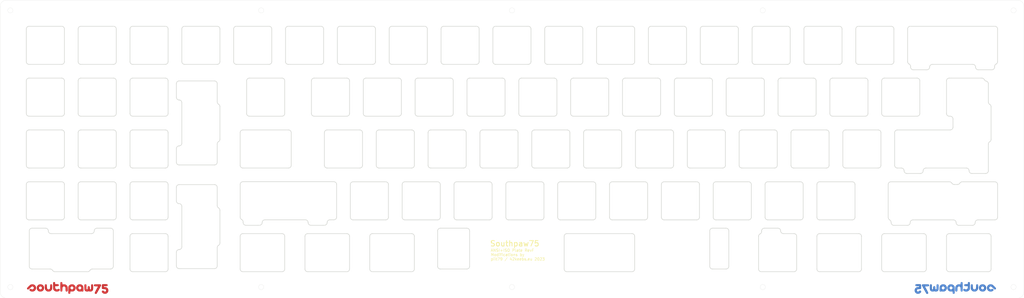
<source format=kicad_pcb>
(kicad_pcb (version 20211014) (generator pcbnew)
  (layers (0 "F.Cu" signal) (31 "B.Cu" signal) (34 "B.Paste" user) (35 "F.Paste" user) (36 "B.SilkS" user "B.Silkscreen") (37 "F.SilkS" user "F.Silkscreen") (38 "B.Mask" user) (39 "F.Mask" user) (44 "Edge.Cuts" user))
  (net 0 "")
  (footprint "Logos:southpaw75small" (layer "F.Cu") (at 46.2915 193.802)
    (fp_text reference "G***" hide)
    (fp_text value "LOGO" hide)
  )
  (footprint "Logos:southpaw75smallcopy" (layer "F.Cu") (at 46.2915 193.802)
    (fp_text reference "G***" hide)
    (fp_text value "LOGO" hide)
  )
  (footprint "Logos:southpaw75small" (layer "B.Cu") (at 372.52275 193.802 180)
    (fp_text reference "G***" hide)
    (fp_text value "LOGO" hide)
  )
  (footprint "Logos:southpaw75smallcopy" (layer "B.Cu") (at 372.52275 193.802 180)
    (fp_text reference "G***" hide)
    (fp_text value "LOGO" hide)
  )
  (gr_line (start 385.81025 88.027) (end 392.954 88.027) (layer "Edge.Cuts") (width 0.05))
  (gr_line (start 392.954 88.027) (end 395.33525 88.027) (layer "Edge.Cuts") (width 0.05))
  (gr_line (start 21.479 195.18325) (end 21.479 90.40825) (layer "Edge.Cuts") (width 0.05))
  (gr_line (start 397.7165 90.40825) (end 397.7165 195.18325) (layer "Edge.Cuts") (width 0.05))
  (gr_arc (start 83.220007 186.850007) (mid 82.927132 187.557133) (end 82.220006 187.850008) (layer "Edge.Cuts") (width 0.2))
  (gr_arc (start 351.202692 149.75134) (mid 350.495576 149.458446) (end 350.202692 148.75134) (layer "Edge.Cuts") (width 0.2))
  (gr_arc (start 54.511025 187.35) (mid 54.877056 186.983985) (end 55.37705 186.85) (layer "Edge.Cuts") (width 0.2))
  (gr_line (start 240.382571 167.800038) (end 240.382571 155.800031) (layer "Edge.Cuts") (width 0.2))
  (gr_line (start 253.670078 97.65) (end 241.670072 97.65) (layer "Edge.Cuts") (width 0.2))
  (gr_line (start 141.657518 149.750028) (end 153.657524 149.750028) (layer "Edge.Cuts") (width 0.2))
  (gr_line (start 182.26379 172.850041) (end 182.26379 185.850048) (layer "Edge.Cuts") (width 0.2))
  (gr_arc (start 82.220006 173.85) (mid 82.92711 174.142897) (end 83.220007 174.850001) (layer "Edge.Cuts") (width 0.2))
  (gr_arc (start 298.820103 111.650008) (mid 298.112991 111.357116) (end 297.820102 110.650007) (layer "Edge.Cuts") (width 0.2))
  (gr_arc (start 108.32 111.650008) (mid 107.612897 111.357111) (end 107.319999 110.650007) (layer "Edge.Cuts") (width 0.2))
  (gr_line (start 315.582612 154.800031) (end 303.582605 154.800031) (layer "Edge.Cuts") (width 0.2))
  (gr_line (start 229.763815 187.850049) (end 253.670078 187.850049) (layer "Edge.Cuts") (width 0.2))
  (gr_arc (start 345.445127 174.850042) (mid 345.738043 174.142982) (end 346.445128 173.850041) (layer "Edge.Cuts") (width 0.2))
  (gr_arc (start 369.252691 117.70134) (mid 369.54557 116.994204) (end 370.252691 116.70134) (layer "Edge.Cuts") (width 0.2))
  (gr_line (start 182.23254 154.800031) (end 170.232533 154.800031) (layer "Edge.Cuts") (width 0.2))
  (gr_arc (start 284.532595 168.800038) (mid 283.825478 168.507145) (end 283.532595 167.800038) (layer "Edge.Cuts") (width 0.2))
  (gr_arc (start 288.007596 148.750028) (mid 287.714693 149.457115) (end 287.007596 149.750028) (layer "Edge.Cuts") (width 0.2))
  (gr_line (start 269.245087 117.700011) (end 269.245087 129.700017) (layer "Edge.Cuts") (width 0.2))
  (gr_arc (start 306.057607 135.750021) (mid 306.764702 136.042918) (end 307.057607 136.750021) (layer "Edge.Cuts") (width 0.2))
  (gr_arc (start 163.18253 154.800031) (mid 163.889642 155.092931) (end 164.18253 155.800031) (layer "Edge.Cuts") (width 0.2))
  (gr_arc (start 151.182523 168.800039) (mid 150.475423 168.50715) (end 150.182522 167.800038) (layer "Edge.Cuts") (width 0.2))
  (gr_arc (start 232.145067 130.700018) (mid 231.437975 130.407114) (end 231.145066 129.700017) (layer "Edge.Cuts") (width 0.2))
  (gr_arc (start 355.51363 111.539724) (mid 355.116746 111.171302) (end 354.97013 110.650001) (layer "Edge.Cuts") (width 0.2))
  (gr_arc (start 226.095064 129.700017) (mid 225.802162 130.4071) (end 225.095063 130.700018) (layer "Edge.Cuts") (width 0.2))
  (gr_line (start 326.107617 148.750028) (end 326.107617 136.750021) (layer "Edge.Cuts") (width 0.2))
  (gr_arc (start 316.870112 98.650001) (mid 317.163035 97.942927) (end 317.870113 97.65) (layer "Edge.Cuts") (width 0.2))
  (gr_line (start 159.420027 110.650007) (end 159.420027 98.650001) (layer "Edge.Cuts") (width 0.2))
  (gr_arc (start 359.445136 129.700017) (mid 359.152268 130.407155) (end 358.445135 130.700018) (layer "Edge.Cuts") (width 0.2))
  (gr_arc (start 348.370894 168.80297) (mid 347.967756 168.371842) (end 347.821385 167.800038) (layer "Edge.Cuts") (width 0.2))
  (gr_line (start 183.520041 98.650001) (end 183.520041 110.650007) (layer "Edge.Cuts") (width 0.2))
  (gr_arc (start 184.520041 111.650007) (mid 183.812941 111.357123) (end 183.520041 110.650007) (layer "Edge.Cuts") (width 0.2))
  (gr_line (start 239.382571 154.800031) (end 227.382564 154.800031) (layer "Edge.Cuts") (width 0.2))
  (gr_arc (start 86.269999 180.712974) (mid 86.562891 180.005864) (end 87.269999 179.712974) (layer "Edge.Cuts") (width 0.2))
  (gr_arc (start 300.201353 174.850042) (mid 300.35263 174.321178) (end 300.760729 173.95235) (layer "Edge.Cuts") (width 0.2))
  (gr_line (start 151.182523 168.800039) (end 163.18253 168.800039) (layer "Edge.Cuts") (width 0.2))
  (gr_arc (start 270.245087 130.700017) (mid 269.537983 130.40712) (end 269.245087 129.700017) (layer "Edge.Cuts") (width 0.2))
  (gr_line (start 350.202692 136.75134) (end 350.202692 148.75134) (layer "Edge.Cuts") (width 0.2))
  (gr_line (start 177.470037 97.65) (end 165.470031 97.65) (layer "Edge.Cuts") (width 0.2))
  (gr_line (start 254.670079 110.650007) (end 254.670079 98.650001) (layer "Edge.Cuts") (width 0.2))
  (gr_arc (start 144.140392 154.775939) (mid 144.84749 155.068832) (end 145.140392 155.775939) (layer "Edge.Cuts") (width 0.2))
  (gr_line (start 82.220006 97.65) (end 70.22 97.65) (layer "Edge.Cuts") (width 0.2))
  (gr_arc (start 338.013874 186.850048) (mid 337.720968 187.55715) (end 337.013873 187.850049) (layer "Edge.Cuts") (width 0.2))
  (gr_arc (start 198.807549 149.750029) (mid 198.100429 149.457125) (end 197.807548 148.750028) (layer "Edge.Cuts") (width 0.2))
  (gr_arc (start 385.633942 139.22634) (mid 385.499985 139.726354) (end 385.133942 140.092365) (layer "Edge.Cuts") (width 0.2))
  (gr_arc (start 23.86025 197.5645) (mid 22.176452 196.867048) (end 21.479 195.18325) (layer "Edge.Cuts") (width 0.05))
  (gr_line (start 87.269999 141.612974) (end 87.269999 141.612974) (layer "Edge.Cuts") (width 0.2))
  (gr_arc (start 86.269999 118.736974) (mid 86.562901 118.029884) (end 87.269999 117.736974) (layer "Edge.Cuts") (width 0.2))
  (gr_arc (start 288.295097 117.700011) (mid 288.588016 116.992925) (end 289.295098 116.70001) (layer "Edge.Cuts") (width 0.2))
  (gr_arc (start 101.77 164.408949) (mid 102.136035 164.774972) (end 102.27 165.274974) (layer "Edge.Cuts") (width 0.2))
  (gr_arc (start 272.720089 97.650001) (mid 273.427203 97.94289) (end 273.720089 98.650001) (layer "Edge.Cuts") (width 0.2))
  (gr_arc (start 125.082509 116.700011) (mid 125.789606 116.992908) (end 126.082509 117.700011) (layer "Edge.Cuts") (width 0.2))
  (gr_arc (start 170.232533 168.800038) (mid 169.525427 168.507153) (end 169.232533 167.800038) (layer "Edge.Cuts") (width 0.2))
  (gr_line (start 358.445135 116.70001) (end 346.445128 116.70001) (layer "Edge.Cuts") (width 0.2))
  (gr_line (start 346.445128 130.700018) (end 358.445135 130.700018) (layer "Edge.Cuts") (width 0.2))
  (gr_arc (start 322.632616 168.800039) (mid 321.92552 168.507147) (end 321.632615 167.800038) (layer "Edge.Cuts") (width 0.2))
  (gr_arc (start 191.757545 135.750021) (mid 192.464645 136.042902) (end 192.757545 136.750021) (layer "Edge.Cuts") (width 0.2))
  (gr_arc (start 83.220007 129.700007) (mid 82.927132 130.407133) (end 82.220006 130.700008) (layer "Edge.Cuts") (width 0.2))
  (gr_arc (start 246.432574 168.800038) (mid 245.725471 168.507138) (end 245.432574 167.800038) (layer "Edge.Cuts") (width 0.2))
  (gr_line (start 133.513763 174.850042) (end 133.513763 186.850048) (layer "Edge.Cuts") (width 0.2))
  (gr_arc (start 101.269999 147.612974) (mid 100.977113 148.320088) (end 100.269999 148.612974) (layer "Edge.Cuts") (width 0.2))
  (gr_line (start 87.269999 155.836974) (end 100.269999 155.836974) (layer "Edge.Cuts") (width 0.2))
  (gr_arc (start 297.820102 98.650001) (mid 298.113025 97.942923) (end 298.820103 97.65) (layer "Edge.Cuts") (width 0.2))
  (gr_line (start 373.289341 155.800032) (end 372.083443 155.800031) (layer "Edge.Cuts") (width 0.2))
  (gr_arc (start 102.270007 110.650007) (mid 101.977132 111.357133) (end 101.270006 111.650008) (layer "Edge.Cuts") (width 0.2))
  (gr_arc (start 107.319999 98.650001) (mid 107.612913 97.942914) (end 108.32 97.65) (layer "Edge.Cuts") (width 0.2))
  (gr_line (start 50.169999 117.700001) (end 50.169999 129.700007) (layer "Edge.Cuts") (width 0.2))
  (gr_line (start 89.27 111.650008) (end 101.270006 111.650008) (layer "Edge.Cuts") (width 0.2))
  (gr_line (start 172.707535 173.850041) (end 158.326277 173.850041) (layer "Edge.Cuts") (width 0.2))
  (gr_line (start 213.095056 130.700018) (end 225.095063 130.700018) (layer "Edge.Cuts") (width 0.2))
  (gr_line (start 384.638899 173.850041) (end 370.257641 173.850041) (layer "Edge.Cuts") (width 0.2))
  (gr_arc (start 301.320105 173.054658) (mid 301.168795 173.583492) (end 300.760729 173.95235) (layer "Edge.Cuts") (width 0.2))
  (gr_arc (start 264.482585 155.800031) (mid 264.775466 155.092899) (end 265.482585 154.800031) (layer "Edge.Cuts") (width 0.2))
  (gr_arc (start 100.269999 117.736974) (mid 100.977116 118.029865) (end 101.269999 118.736974) (layer "Edge.Cuts") (width 0.2))
  (gr_circle (center 301.729 91.827) (end 301.729 90.877) (layer "Edge.Cuts") (width 0.05) (fill none))
  (gr_arc (start 382.252691 116.701341) (mid 382.784592 116.854536) (end 383.153529 117.267184) (layer "Edge.Cuts") (width 0.2))
  (gr_line (start 70.22 149.750008) (end 82.220006 149.750008) (layer "Edge.Cuts") (width 0.2))
  (gr_arc (start 145.420019 98.650001) (mid 145.712943 97.942929) (end 146.42002 97.65) (layer "Edge.Cuts") (width 0.2))
  (gr_line (start 278.770092 98.650001) (end 278.770092 110.650007) (layer "Edge.Cuts") (width 0.2))
  (gr_arc (start 249.907576 148.750028) (mid 249.614671 149.457108) (end 248.907576 149.750028) (layer "Edge.Cuts") (width 0.2))
  (gr_line (start 369.257641 174.850042) (end 369.257641 186.850048) (layer "Edge.Cuts") (width 0.2))
  (gr_line (start 83.220007 186.850007) (end 83.220007 174.850001) (layer "Edge.Cuts") (width 0.2))
  (gr_circle (center 25.279 91.827) (end 25.279 90.877) (layer "Edge.Cuts") (width 0.05) (fill none))
  (gr_arc (start 126.370009 98.650001) (mid 126.662932 97.942926) (end 127.37001 97.65) (layer "Edge.Cuts") (width 0.2))
  (gr_line (start 51.17 149.750008) (end 63.170006 149.750008) (layer "Edge.Cuts") (width 0.2))
  (gr_line (start 39.912949 186.85) (end 33.207 186.849999) (layer "Edge.Cuts") (width 0.2))
  (gr_arc (start 217.857559 149.750028) (mid 217.150469 149.457122) (end 216.857559 148.750028) (layer "Edge.Cuts") (width 0.2))
  (gr_line (start 201.28255 154.800031) (end 189.282544 154.800031) (layer "Edge.Cuts") (width 0.2))
  (gr_arc (start 133.513763 174.850042) (mid 133.806646 174.14293) (end 134.513764 173.850041) (layer "Edge.Cuts") (width 0.2))
  (gr_arc (start 31.119999 98.650001) (mid 31.412913 97.942914) (end 32.12 97.65) (layer "Edge.Cuts") (width 0.2))
  (gr_arc (start 206.045053 116.700011) (mid 206.752151 116.992894) (end 207.045053 117.700011) (layer "Edge.Cuts") (width 0.2))
  (gr_arc (start 140.657518 136.750021) (mid 140.950434 136.042936) (end 141.657518 135.750021) (layer "Edge.Cuts") (width 0.2))
  (gr_arc (start 320.345114 116.70001) (mid 321.052209 116.992909) (end 321.345115 117.700011) (layer "Edge.Cuts") (width 0.2))
  (gr_arc (start 63.083 185.849999) (mid 62.790094 186.557093) (end 62.083 186.849999) (layer "Edge.Cuts") (width 0.2))
  (gr_line (start 260.720082 111.650008) (end 272.720089 111.650008) (layer "Edge.Cuts") (width 0.2))
  (gr_line (start 56.083 172.849999) (end 56.083 172.849999) (layer "Edge.Cuts") (width 0.2))
  (gr_line (start 307.320107 171.85004) (end 302.320105 171.85004) (layer "Edge.Cuts") (width 0.2))
  (gr_arc (start 140.370018 110.650007) (mid 140.077152 111.357145) (end 139.370017 111.650008) (layer "Edge.Cuts") (width 0.2))
  (gr_line (start 82.220006 116.7) (end 70.22 116.7) (layer "Edge.Cuts") (width 0.2))
  (gr_arc (start 386.93313 112.429453) (mid 387.079737 111.908141) (end 387.47663 111.53973) (layer "Edge.Cuts") (width 0.2))
  (gr_line (start 306.057607 135.750021) (end 294.0576 135.750021) (layer "Edge.Cuts") (width 0.2))
  (gr_circle (center 301.729 193.477) (end 301.729 192.527) (layer "Edge.Cuts") (width 0.05) (fill none))
  (gr_line (start 337.013873 173.850041) (end 322.632616 173.850041) (layer "Edge.Cuts") (width 0.2))
  (gr_arc (start 307.057607 148.750028) (mid 306.76474 149.457184) (end 306.057607 149.750028) (layer "Edge.Cuts") (width 0.2))
  (gr_line (start 244.145073 116.70001) (end 232.145067 116.70001) (layer "Edge.Cuts") (width 0.2))
  (gr_line (start 360.826386 173.850041) (end 346.445128 173.850041) (layer "Edge.Cuts") (width 0.2))
  (gr_line (start 154.945025 117.700011) (end 154.945025 129.700017) (layer "Edge.Cuts") (width 0.2))
  (gr_arc (start 321.632616 155.800031) (mid 321.925535 155.092974) (end 322.632616 154.800031) (layer "Edge.Cuts") (width 0.2))
  (gr_line (start 384.633942 118.78834) (end 384.633942 125.494289) (layer "Edge.Cuts") (width 0.2))
  (gr_line (start 231.145066 117.700011) (end 231.145066 129.700017) (layer "Edge.Cuts") (width 0.2))
  (gr_line (start 32.12 130.700008) (end 44.120006 130.700008) (layer "Edge.Cuts") (width 0.2))
  (gr_arc (start 322.632616 187.850049) (mid 321.925517 187.557158) (end 321.632615 186.850048) (layer "Edge.Cuts") (width 0.2))
  (gr_line (start 148.895022 116.70001) (end 136.895015 116.70001) (layer "Edge.Cuts") (width 0.2))
  (gr_line (start 70.22 111.650008) (end 82.220006 111.650008) (layer "Edge.Cuts") (width 0.2))
  (gr_line (start 53.645 187.85) (end 41.645 187.85) (layer "Edge.Cuts") (width 0.2))
  (gr_arc (start 113.082502 130.700017) (mid 112.375388 130.407126) (end 112.082502 129.700017) (layer "Edge.Cuts") (width 0.2))
  (gr_arc (start 387.015145 97.65) (mid 387.725474 97.941128) (end 388.02013 98.650001) (layer "Edge.Cuts") (width 0.2))
  (gr_line (start 174.995036 130.700018) (end 186.995042 130.700018) (layer "Edge.Cuts") (width 0.2))
  (gr_line (start 157.326276 174.850042) (end 157.326276 186.850048) (layer "Edge.Cuts") (width 0.2))
  (gr_line (start 101.27 125.442924) (end 101.269999 118.736974) (layer "Edge.Cuts") (width 0.2))
  (gr_arc (start 69.219999 98.650001) (mid 69.512913 97.942914) (end 70.22 97.65) (layer "Edge.Cuts") (width 0.2))
  (gr_line (start 226.382564 155.800031) (end 226.382564 167.800038) (layer "Edge.Cuts") (width 0.2))
  (gr_line (start 64.170007 129.700007) (end 64.170007 117.700001) (layer "Edge.Cuts") (width 0.2))
  (gr_arc (start 194.045046 130.700017) (mid 193.337933 130.407112) (end 193.045046 129.700017) (layer "Edge.Cuts") (width 0.2))
  (gr_arc (start 360.826386 173.850041) (mid 361.533488 174.142932) (end 361.826387 174.850042) (layer "Edge.Cuts") (width 0.2))
  (gr_line (start 353.670942 150.75134) (end 353.670942 150.75134) (layer "Edge.Cuts") (width 0.2))
  (gr_arc (start 268.957586 148.750028) (mid 268.664682 149.457112) (end 267.957586 149.750028) (layer "Edge.Cuts") (width 0.2))
  (gr_arc (start 369.25764 174.850042) (mid 369.550521 174.142922) (end 370.257641 173.850041) (layer "Edge.Cuts") (width 0.2))
  (gr_arc (start 101.77 126.308949) (mid 102.136035 126.674972) (end 102.27 127.174974) (layer "Edge.Cuts") (width 0.2))
  (gr_arc (start 70.22 130.700008) (mid 69.512897 130.40711) (end 69.219999 129.700007) (layer "Edge.Cuts") (width 0.2))
  (gr_arc (start 87.269999 124.736974) (mid 87.977116 125.029865) (end 88.269999 125.736974) (layer "Edge.Cuts") (width 0.2))
  (gr_arc (start 102.27 139.174974) (mid 102.136024 139.674973) (end 101.77 140.040999) (layer "Edge.Cuts") (width 0.2))
  (gr_arc (start 87.269999 162.836974) (mid 86.562902 162.544079) (end 86.269999 161.836974) (layer "Edge.Cuts") (width 0.2))
  (gr_line (start 302.582605 155.800031) (end 302.582605 167.800038) (layer "Edge.Cuts") (width 0.2))
  (gr_line (start 313.201361 173.850041) (end 309.320108 173.850041) (layer "Edge.Cuts") (width 0.2))
  (gr_arc (start 221.620061 98.650001) (mid 221.912952 97.942879) (end 222.620062 97.65) (layer "Edge.Cuts") (width 0.2))
  (gr_line (start 187.995043 129.700017) (end 187.995043 117.700011) (layer "Edge.Cuts") (width 0.2))
  (gr_line (start 221.332561 167.800038) (end 221.332561 155.800031) (layer "Edge.Cuts") (width 0.2))
  (gr_arc (start 39.912949 186.85) (mid 40.41295 186.983973) (end 40.778974 187.35) (layer "Edge.Cuts") (width 0.2))
  (gr_line (start 87.269999 162.836974) (end 87.269999 162.836974) (layer "Edge.Cuts") (width 0.2))
  (gr_arc (start 213.095056 130.700017) (mid 212.387936 130.407115) (end 212.095056 129.700017) (layer "Edge.Cuts") (width 0.2))
  (gr_arc (start 384.633942 150.75134) (mid 384.341115 151.457811) (end 383.634392 151.750029) (layer "Edge.Cuts") (width 0.2))
  (gr_line (start 86.269999 156.836974) (end 86.269999 161.836974) (layer "Edge.Cuts") (width 0.2))
  (gr_arc (start 385.133942 126.360314) (mid 384.767906 125.994293) (end 384.633942 125.494289) (layer "Edge.Cuts") (width 0.2))
  (gr_arc (start 174.995036 130.700018) (mid 174.287935 130.407132) (end 173.995035 129.700017) (layer "Edge.Cuts") (width 0.2))
  (gr_line (start 208.332554 168.800039) (end 220.33256 168.800039) (layer "Edge.Cuts") (width 0.2))
  (gr_line (start 202.282551 167.800038) (end 202.282551 155.800031) (layer "Edge.Cuts") (width 0.2))
  (gr_arc (start 259.432582 167.800038) (mid 259.139674 168.507114) (end 258.432581 168.800039) (layer "Edge.Cuts") (width 0.2))
  (gr_arc (start 289.263847 185.850048) (mid 288.97094 186.55714) (end 288.263847 186.850048) (layer "Edge.Cuts") (width 0.2))
  (gr_arc (start 111.796141 170.77594) (mid 111.08901 170.483071) (end 110.796141 169.77594) (layer "Edge.Cuts") (width 0.2))
  (gr_line (start 69.219999 155.800001) (end 69.219999 167.800007) (layer "Edge.Cuts") (width 0.2))
  (gr_line (start 347.821385 155.800031) (end 347.821385 167.800038) (layer "Edge.Cuts") (width 0.2))
  (gr_line (start 83.220007 129.700007) (end 83.220007 117.700001) (layer "Edge.Cuts") (width 0.2))
  (gr_line (start 70.22 130.700008) (end 82.220006 130.700008) (layer "Edge.Cuts") (width 0.2))
  (gr_arc (start 397.7165 195.18325) (mid 397.019048 196.867048) (end 395.33525 197.5645) (layer "Edge.Cuts") (width 0.05))
  (gr_line (start 194.045046 130.700018) (end 206.045053 130.700018) (layer "Edge.Cuts") (width 0.2))
  (gr_arc (start 277.482591 154.80003) (mid 278.189693 155.092922) (end 278.482592 155.800031) (layer "Edge.Cuts") (width 0.2))
  (gr_arc (start 87.269999 162.836974) (mid 87.977116 163.129865) (end 88.269999 163.836974) (layer "Edge.Cuts") (width 0.2))
  (gr_line (start 273.720089 110.650007) (end 273.720089 98.650001) (layer "Edge.Cuts") (width 0.2))
  (gr_arc (start 86.269999 156.836974) (mid 86.562901 156.129884) (end 87.269999 155.836974) (layer "Edge.Cuts") (width 0.2))
  (gr_line (start 255.95758 149.750028) (end 267.957586 149.750028) (layer "Edge.Cuts") (width 0.2))
  (gr_line (start 264.195084 129.700017) (end 264.195084 117.700011) (layer "Edge.Cuts") (width 0.2))
  (gr_arc (start 88.269999 98.650001) (mid 88.562913 97.942914) (end 89.27 97.65) (layer "Edge.Cuts") (width 0.2))
  (gr_line (start 270.245087 130.700018) (end 282.245094 130.700018) (layer "Edge.Cuts") (width 0.2))
  (gr_line (start 207.332553 155.800031) (end 207.332553 167.800038) (layer "Edge.Cuts") (width 0.2))
  (gr_line (start 345.445128 117.700011) (end 345.445128 129.700017) (layer "Edge.Cuts") (width 0.2))
  (gr_arc (start 292.7701 110.650007) (mid 292.477233 111.357139) (end 291.770099 111.650008) (layer "Edge.Cuts") (width 0.2))
  (gr_arc (start 50.169999 117.700001) (mid 50.462913 116.992914) (end 51.17 116.7) (layer "Edge.Cuts") (width 0.2))
  (gr_line (start 268.957587 148.750028) (end 268.957587 136.750021) (layer "Edge.Cuts") (width 0.2))
  (gr_line (start 82.220006 135.75) (end 70.22 135.75) (layer "Edge.Cuts") (width 0.2))
  (gr_line (start 102.27 165.274974) (end 102.27 177.274974) (layer "Edge.Cuts") (width 0.2))
  (gr_arc (start 241.670072 111.650008) (mid 240.962945 111.357111) (end 240.670071 110.650007) (layer "Edge.Cuts") (width 0.2))
  (gr_arc (start 245.432574 155.800031) (mid 245.725455 155.092895) (end 246.432574 154.800031) (layer "Edge.Cuts") (width 0.2))
  (gr_arc (start 164.47003 98.650001) (mid 164.762954 97.942933) (end 165.470031 97.65) (layer "Edge.Cuts") (width 0.2))
  (gr_arc (start 355.51363 111.539724) (mid 355.910476 111.908165) (end 356.05713 112.429447) (layer "Edge.Cuts") (width 0.2))
  (gr_line (start 83.220007 167.800007) (end 83.220007 155.800001) (layer "Edge.Cuts") (width 0.2))
  (gr_line (start 386.93313 112.429453) (end 386.933151 112.650008) (layer "Edge.Cuts") (width 0.2))
  (gr_arc (start 207.045054 129.700017) (mid 206.752152 130.407097) (end 206.045053 130.700018) (layer "Edge.Cuts") (width 0.2))
  (gr_line (start 38.207 171.849999) (end 33.207 171.849999) (layer "Edge.Cuts") (width 0.2))
  (gr_arc (start 110.252642 168.665663) (mid 110.649488 169.034108) (end 110.796142 169.555386) (layer "Edge.Cuts") (width 0.2))
  (gr_line (start 101.27 179.007025) (end 101.269999 185.712974) (layer "Edge.Cuts") (width 0.2))
  (gr_arc (start 64.170007 110.650007) (mid 63.877132 111.357133) (end 63.170006 111.650008) (layer "Edge.Cuts") (width 0.2))
  (gr_line (start 359.445136 129.700017) (end 359.445136 117.700011) (layer "Edge.Cuts") (width 0.2))
  (gr_arc (start 45.120007 148.750007) (mid 44.827132 149.457133) (end 44.120006 149.750008) (layer "Edge.Cuts") (width 0.2))
  (gr_arc (start 179.757538 149.750028) (mid 179.050432 149.457144) (end 178.757538 148.750028) (layer "Edge.Cuts") (width 0.2))
  (gr_line (start 320.345114 116.70001) (end 308.345108 116.70001) (layer "Edge.Cuts") (width 0.2))
  (gr_arc (start 225.095063 116.700011) (mid 225.802154 116.992898) (end 226.095063 117.700011) (layer "Edge.Cuts") (width 0.2))
  (gr_arc (start 372.083443 155.800032) (mid 371.583446 155.666047) (end 371.217417 155.300031) (layer "Edge.Cuts") (width 0.2))
  (gr_line (start 264.482584 155.800031) (end 264.482584 167.800038) (layer "Edge.Cuts") (width 0.2))
  (gr_arc (start 349.91338 170.800039) (mid 349.206272 170.507141) (end 348.91338 169.800039) (layer "Edge.Cuts") (width 0.2))
  (gr_arc (start 69.219999 117.700001) (mid 69.512913 116.992914) (end 70.22 116.7) (layer "Edge.Cuts") (width 0.2))
  (gr_arc (start 41.645 187.85) (mid 41.144999 187.716027) (end 40.778975 187.35) (layer "Edge.Cuts") (width 0.2))
  (gr_line (start 172.707535 135.750021) (end 160.707528 135.750021) (layer "Edge.Cuts") (width 0.2))
  (gr_arc (start 21.479 90.40825) (mid 22.176452 88.724452) (end 23.86025 88.027) (layer "Edge.Cuts") (width 0.05))
  (gr_arc (start 371.789392 168.800038) (mid 372.496491 169.092931) (end 372.789393 169.800039) (layer "Edge.Cuts") (width 0.2))
  (gr_arc (start 31.119999 155.800001) (mid 31.412913 155.092914) (end 32.12 154.8) (layer "Edge.Cuts") (width 0.2))
  (gr_line (start 87.269999 124.736974) (end 87.269999 124.736974) (layer "Edge.Cuts") (width 0.2))
  (gr_line (start 87.269999 179.712974) (end 87.269999 179.712974) (layer "Edge.Cuts") (width 0.2))
  (gr_circle (center 393.879 91.827) (end 393.879 90.877) (layer "Edge.Cuts") (width 0.05) (fill none))
  (gr_line (start 380.789398 168.800038) (end 387.021398 168.800039) (layer "Edge.Cuts") (width 0.2))
  (gr_line (start 86.269999 180.712974) (end 86.269999 185.712974) (layer "Edge.Cuts") (width 0.2))
  (gr_line (start 345.157628 148.750028) (end 345.157628 136.750021) (layer "Edge.Cuts") (width 0.2))
  (gr_arc (start 346.445128 130.700017) (mid 345.738032 130.407129) (end 345.445128 129.700017) (layer "Edge.Cuts") (width 0.2))
  (gr_arc (start 168.945033 129.700017) (mid 168.652165 130.407154) (end 167.945032 130.700018) (layer "Edge.Cuts") (width 0.2))
  (gr_line (start 32.12 168.800008) (end 44.120006 168.800008) (layer "Edge.Cuts") (width 0.2))
  (gr_arc (start 183.52004 98.650001) (mid 183.81293 97.942872) (end 184.520041 97.65) (layer "Edge.Cuts") (width 0.2))
  (gr_arc (start 145.140392 167.77594) (mid 144.847484 168.483018) (end 144.140392 168.77594) (layer "Edge.Cuts") (width 0.2))
  (gr_line (start 361.675887 149.750028) (end 376.551895 149.750028) (layer "Edge.Cuts") (width 0.2))
  (gr_arc (start 69.219999 174.850001) (mid 69.512913 174.142914) (end 70.22 173.85) (layer "Edge.Cuts") (width 0.2))
  (gr_line (start 321.632615 174.850042) (end 321.632615 186.850048) (layer "Edge.Cuts") (width 0.2))
  (gr_line (start 160.707528 149.750028) (end 172.707535 149.750028) (layer "Edge.Cuts") (width 0.2))
  (gr_line (start 55.083 173.85) (end 40.207 173.85) (layer "Edge.Cuts") (width 0.2))
  (gr_line (start 192.757545 148.750028) (end 192.757545 136.750021) (layer "Edge.Cuts") (width 0.2))
  (gr_line (start 321.345115 129.700017) (end 321.345115 117.700011) (layer "Edge.Cuts") (width 0.2))
  (gr_line (start 158.420027 97.65) (end 146.42002 97.65) (layer "Edge.Cuts") (width 0.2))
  (gr_arc (start 235.907569 136.750021) (mid 236.200453 136.04289) (end 236.907569 135.750021) (layer "Edge.Cuts") (width 0.2))
  (gr_line (start 45.120007 129.700007) (end 45.120007 117.700001) (layer "Edge.Cuts") (width 0.2))
  (gr_arc (start 126.08251 129.700017) (mid 125.789632 130.407141) (end 125.082509 130.700018) (layer "Edge.Cuts") (width 0.2))
  (gr_line (start 203.570051 111.650008) (end 215.570058 111.650008) (layer "Edge.Cuts") (width 0.2))
  (gr_circle (center 209.579 91.827) (end 209.579 90.877) (layer "Edge.Cuts") (width 0.05) (fill none))
  (gr_line (start 338.013874 186.850048) (end 338.013874 174.850042) (layer "Edge.Cuts") (width 0.2))
  (gr_arc (start 301.320104 172.850041) (mid 301.612983 172.142909) (end 302.320105 171.85004) (layer "Edge.Cuts") (width 0.2))
  (gr_arc (start 197.807549 136.750021) (mid 198.100438 136.042918) (end 198.807549 135.750021) (layer "Edge.Cuts") (width 0.2))
  (gr_line (start 245.432574 155.800031) (end 245.432574 167.800038) (layer "Edge.Cuts") (width 0.2))
  (gr_line (start 86.269999 142.612974) (end 86.269999 147.612974) (layer "Edge.Cuts") (width 0.2))
  (gr_line (start 263.195084 116.70001) (end 251.195077 116.70001) (layer "Edge.Cuts") (width 0.2))
  (gr_arc (start 64.170007 148.750007) (mid 63.877132 149.457133) (end 63.170006 149.750008) (layer "Edge.Cuts") (width 0.2))
  (gr_arc (start 182.263789 172.850041) (mid 182.556667 172.142903) (end 183.26379 171.85004) (layer "Edge.Cuts") (width 0.2))
  (gr_arc (start 192.757545 148.750028) (mid 192.464645 149.457133) (end 191.757545 149.750028) (layer "Edge.Cuts") (width 0.2))
  (gr_line (start 63.170006 116.7) (end 51.17 116.7) (layer "Edge.Cuts") (width 0.2))
  (gr_arc (start 335.920122 98.650001) (mid 336.213046 97.94293) (end 336.920123 97.65) (layer "Edge.Cuts") (width 0.2))
  (gr_arc (start 101.77 164.408949) (mid 101.403966 164.042926) (end 101.27 163.542924) (layer "Edge.Cuts") (width 0.2))
  (gr_arc (start 361.826387 186.850048) (mid 361.533476 187.55712) (end 360.826386 187.850049) (layer "Edge.Cuts") (width 0.2))
  (gr_line (start 288.295097 117.700011) (end 288.295097 129.700017) (layer "Edge.Cuts") (width 0.2))
  (gr_line (start 282.263844 172.850041) (end 282.263844 185.850048) (layer "Edge.Cuts") (width 0.2))
  (gr_arc (start 32.12 130.700008) (mid 31.412897 130.40711) (end 31.119999 129.700007) (layer "Edge.Cuts") (width 0.2))
  (gr_line (start 145.140392 155.775939) (end 145.140392 167.77594) (layer "Edge.Cuts") (width 0.2))
  (gr_line (start 153.657524 135.750021) (end 141.657518 135.750021) (layer "Edge.Cuts") (width 0.2))
  (gr_arc (start 288.263847 171.85004) (mid 288.970974 172.142917) (end 289.263848 172.850041) (layer "Edge.Cuts") (width 0.2))
  (gr_line (start 32.12 149.750008) (end 44.120006 149.750008) (layer "Edge.Cuts") (width 0.2))
  (gr_arc (start 360.675886 150.750029) (mid 360.382982 151.457112) (end 359.675886 151.750029) (layer "Edge.Cuts") (width 0.2))
  (gr_line (start 118.796142 168.775939) (end 133.672142 168.775939) (layer "Edge.Cuts") (width 0.2))
  (gr_arc (start 239.382571 154.800031) (mid 240.089686 155.092916) (end 240.382571 155.800031) (layer "Edge.Cuts") (width 0.2))
  (gr_arc (start 126.08251 186.850048) (mid 125.789614 187.55715) (end 125.082509 187.850049) (layer "Edge.Cuts") (width 0.2))
  (gr_arc (start 385.6389 186.850048) (mid 385.345989 187.557124) (end 384.638899 187.850049) (layer "Edge.Cuts") (width 0.2))
  (gr_line (start 225.095063 116.70001) (end 213.095056 116.70001) (layer "Edge.Cuts") (width 0.2))
  (gr_line (start 125.082509 173.850041) (end 110.701251 173.850041) (layer "Edge.Cuts") (width 0.2))
  (gr_arc (start 267.957586 135.75002) (mid 268.664695 136.04291) (end 268.957587 136.750021) (layer "Edge.Cuts") (width 0.2))
  (gr_line (start 357.057134 113.650009) (end 362.057137 113.650009) (layer "Edge.Cuts") (width 0.2))
  (gr_line (start 55.37705 186.85) (end 62.083 186.849999) (layer "Edge.Cuts") (width 0.2))
  (gr_arc (start 308.345108 130.700018) (mid 307.637989 130.407128) (end 307.345107 129.700017) (layer "Edge.Cuts") (width 0.2))
  (gr_arc (start 187.995043 129.700017) (mid 187.702175 130.407158) (end 186.995042 130.700018) (layer "Edge.Cuts") (width 0.2))
  (gr_line (start 109.709142 155.775939) (end 109.709142 167.77594) (layer "Edge.Cuts") (width 0.2))
  (gr_line (start 70.22 187.850008) (end 82.220006 187.850008) (layer "Edge.Cuts") (width 0.2))
  (gr_line (start 301.320104 172.850041) (end 301.320104 173.054658) (layer "Edge.Cuts") (width 0.2))
  (gr_arc (start 45.120007 167.800007) (mid 44.827132 168.507133) (end 44.120006 168.800008) (layer "Edge.Cuts") (width 0.2))
  (gr_arc (start 236.907569 149.750028) (mid 236.200472 149.457126) (end 235.907569 148.750028) (layer "Edge.Cuts") (width 0.2))
  (gr_line (start 173.707535 186.850048) (end 173.707535 174.850042) (layer "Edge.Cuts") (width 0.2))
  (gr_arc (start 178.470038 110.650007) (mid 178.177174 111.357152) (end 177.470037 111.650008) (layer "Edge.Cuts") (width 0.2))
  (gr_arc (start 345.157627 148.750028) (mid 344.864755 149.457156) (end 344.157627 149.750028) (layer "Edge.Cuts") (width 0.2))
  (gr_line (start 140.370017 110.650007) (end 140.370017 98.650001) (layer "Edge.Cuts") (width 0.2))
  (gr_arc (start 302.582605 155.800031) (mid 302.875523 155.092971) (end 303.582605 154.800031) (layer "Edge.Cuts") (width 0.2))
  (gr_arc (start 325.107617 135.750021) (mid 325.814741 136.042915) (end 326.107617 136.750021) (layer "Edge.Cuts") (width 0.2))
  (gr_line (start 307.057607 148.750028) (end 307.057607 136.750021) (layer "Edge.Cuts") (width 0.2))
  (gr_line (start 127.46376 135.750021) (end 110.701251 135.750021) (layer "Edge.Cuts") (width 0.2))
  (gr_line (start 134.672142 169.77594) (end 134.672142 169.77594) (layer "Edge.Cuts") (width 0.2))
  (gr_line (start 196.520048 97.65) (end 184.520041 97.65) (layer "Edge.Cuts") (width 0.2))
  (gr_line (start 110.709142 154.77594) (end 144.140392 154.77594) (layer "Edge.Cuts") (width 0.2))
  (gr_line (start 44.120006 97.65) (end 32.12 97.65) (layer "Edge.Cuts") (width 0.2))
  (gr_arc (start 135.672142 170.77594) (mid 134.965029 170.483058) (end 134.672142 169.77594) (layer "Edge.Cuts") (width 0.2))
  (gr_arc (start 102.27 177.274974) (mid 102.136024 177.774973) (end 101.77 178.140999) (layer "Edge.Cuts") (width 0.2))
  (gr_line (start 44.120006 116.7) (end 32.12 116.7) (layer "Edge.Cuts") (width 0.2))
  (gr_line (start 282.245094 116.70001) (end 270.245087 116.70001) (layer "Edge.Cuts") (width 0.2))
  (gr_arc (start 258.432581 154.800031) (mid 259.139689 155.092919) (end 259.432581 155.800031) (layer "Edge.Cuts") (width 0.2))
  (gr_line (start 373.789393 170.80004) (end 378.789396 170.80004) (layer "Edge.Cuts") (width 0.2))
  (gr_arc (start 83.220007 110.650007) (mid 82.927132 111.357133) (end 82.220006 111.650008) (layer "Edge.Cuts") (width 0.2))
  (gr_arc (start 379.789397 169.800039) (mid 380.082277 169.092906) (end 380.789398 168.800038) (layer "Edge.Cuts") (width 0.2))
  (gr_arc (start 45.120007 110.650007) (mid 44.827132 111.357133) (end 44.120006 111.650008) (layer "Edge.Cuts") (width 0.2))
  (gr_arc (start 167.945032 116.70001) (mid 168.65215 116.992909) (end 168.945033 117.700011) (layer "Edge.Cuts") (width 0.2))
  (gr_line (start 292.770099 110.650007) (end 292.770099 98.650001) (layer "Edge.Cuts") (width 0.2))
  (gr_arc (start 251.195077 130.700017) (mid 250.487979 130.407117) (end 250.195077 129.700017) (layer "Edge.Cuts") (width 0.2))
  (gr_line (start 335.920123 98.650001) (end 335.920123 110.650007) (layer "Edge.Cuts") (width 0.2))
  (gr_arc (start 45.120007 129.700007) (mid 44.827132 130.407133) (end 44.120006 130.700008) (layer "Edge.Cuts") (width 0.2))
  (gr_circle (center 209.579 193.477) (end 209.579 192.527) (layer "Edge.Cuts") (width 0.05) (fill none))
  (gr_line (start 128.463761 148.750028) (end 128.463761 136.750021) (layer "Edge.Cuts") (width 0.2))
  (gr_arc (start 230.857566 148.750028) (mid 230.564661 149.457105) (end 229.857566 149.750028) (layer "Edge.Cuts") (width 0.2))
  (gr_arc (start 155.945026 130.700018) (mid 155.237931 130.407129) (end 154.945025 129.700017) (layer "Edge.Cuts") (width 0.2))
  (gr_arc (start 302.295105 129.700017) (mid 302.002235 130.407144) (end 301.295104 130.700018) (layer "Edge.Cuts") (width 0.2))
  (gr_arc (start 148.895022 116.700011) (mid 149.602111 116.992913) (end 149.895022 117.700011) (layer "Edge.Cuts") (width 0.2))
  (gr_arc (start 178.757538 136.750021) (mid 179.050455 136.042943) (end 179.757538 135.750021) (layer "Edge.Cuts") (width 0.2))
  (gr_arc (start 50.169999 155.800001) (mid 50.462913 155.092914) (end 51.17 154.8) (layer "Edge.Cuts") (width 0.2))
  (gr_arc (start 208.332554 168.800039) (mid 207.625463 168.507132) (end 207.332553 167.800038) (layer "Edge.Cuts") (width 0.2))
  (gr_line (start 88.27 163.836974) (end 88.27 178.712974) (layer "Edge.Cuts") (width 0.2))
  (gr_arc (start 336.920123 111.650007) (mid 336.212999 111.357122) (end 335.920123 110.650007) (layer "Edge.Cuts") (width 0.2))
  (gr_arc (start 352.670942 149.75134) (mid 353.378072 150.044215) (end 353.670942 150.75134) (layer "Edge.Cuts") (width 0.2))
  (gr_arc (start 148.895022 173.850042) (mid 149.602135 174.142939) (end 149.895022 174.850042) (layer "Edge.Cuts") (width 0.2))
  (gr_arc (start 291.770099 97.650001) (mid 292.477206 97.942894) (end 292.770099 98.650001) (layer "Edge.Cuts") (width 0.2))
  (gr_line (start 216.570058 110.650007) (end 216.570058 98.650001) (layer "Edge.Cuts") (width 0.2))
  (gr_arc (start 172.707535 135.750021) (mid 173.414647 136.042922) (end 173.707535 136.750021) (layer "Edge.Cuts") (width 0.2))
  (gr_line (start 217.857559 149.750028) (end 229.857566 149.750028) (layer "Edge.Cuts") (width 0.2))
  (gr_line (start 120.320006 97.65) (end 108.32 97.65) (layer "Edge.Cuts") (width 0.2))
  (gr_line (start 109.701251 174.850042) (end 109.701251 186.850048) (layer "Edge.Cuts") (width 0.2))
  (gr_line (start 310.820109 97.65) (end 298.820103 97.65) (layer "Edge.Cuts") (width 0.2))
  (gr_arc (start 50.169999 136.750001) (mid 50.462913 136.042914) (end 51.17 135.75) (layer "Edge.Cuts") (width 0.2))
  (gr_line (start 316.582612 167.800038) (end 316.582612 155.800031) (layer "Edge.Cuts") (width 0.2))
  (gr_arc (start 340.395126 129.700017) (mid 340.102257 130.407152) (end 339.395125 130.700018) (layer "Edge.Cuts") (width 0.2))
  (gr_arc (start 183.26379 186.850048) (mid 182.556708 186.557148) (end 182.26379 185.850048) (layer "Edge.Cuts") (width 0.2))
  (gr_line (start 206.045053 116.70001) (end 194.045046 116.70001) (layer "Edge.Cuts") (width 0.2))
  (gr_line (start 64.170007 148.750007) (end 64.170007 136.750001) (layer "Edge.Cuts") (width 0.2))
  (gr_arc (start 54.511025 187.35) (mid 54.144994 187.716015) (end 53.645 187.85) (layer "Edge.Cuts") (width 0.2))
  (gr_line (start 303.582605 168.800039) (end 315.582612 168.800039) (layer "Edge.Cuts") (width 0.2))
  (gr_line (start 370.633942 130.70134) (end 370.252691 130.70134) (layer "Edge.Cuts") (width 0.2))
  (gr_line (start 191.757545 135.750021) (end 179.757538 135.750021) (layer "Edge.Cuts") (width 0.2))
  (gr_line (start 364.057138 111.650008) (end 378.933146 111.650008) (layer "Edge.Cuts") (width 0.2))
  (gr_line (start 69.219999 136.750001) (end 69.219999 148.750007) (layer "Edge.Cuts") (width 0.2))
  (gr_arc (start 62.083 171.849999) (mid 62.790113 172.142886) (end 63.083 172.849999) (layer "Edge.Cuts") (width 0.2))
  (gr_line (start 344.157627 135.750021) (end 332.157621 135.750021) (layer "Edge.Cuts") (width 0.2))
  (gr_line (start 248.907576 135.750021) (end 236.907569 135.750021) (layer "Edge.Cuts") (width 0.2))
  (gr_arc (start 164.182531 167.800038) (mid 163.889655 168.507161) (end 163.18253 168.800039) (layer "Edge.Cuts") (width 0.2))
  (gr_line (start 45.120007 148.750007) (end 45.120007 136.750001) (layer "Edge.Cuts") (width 0.2))
  (gr_arc (start 38.207 171.849999) (mid 38.914106 172.142892) (end 39.206999 172.849999) (layer "Edge.Cuts") (width 0.2))
  (gr_arc (start 355.913384 169.800039) (mid 355.620476 170.507115) (end 354.913383 170.80004) (layer "Edge.Cuts") (width 0.2))
  (gr_arc (start 100.269999 155.836974) (mid 100.977116 156.129865) (end 101.269999 156.836974) (layer "Edge.Cuts") (width 0.2))
  (gr_arc (start 159.420028 110.650007) (mid 159.127163 111.357149) (end 158.420027 111.650008) (layer "Edge.Cuts") (width 0.2))
  (gr_arc (start 313.201361 173.850042) (mid 313.908478 174.142924) (end 314.201361 174.850042) (layer "Edge.Cuts") (width 0.2))
  (gr_arc (start 229.763815 187.850048) (mid 229.056717 187.557157) (end 228.763815 186.850048) (layer "Edge.Cuts") (width 0.2))
  (gr_line (start 69.219999 98.650001) (end 69.219999 110.650007) (layer "Edge.Cuts") (width 0.2))
  (gr_line (start 293.0576 136.750021) (end 293.0576 148.750028) (layer "Edge.Cuts") (width 0.2))
  (gr_line (start 297.820102 98.650001) (end 297.820102 110.650007) (layer "Edge.Cuts") (width 0.2))
  (gr_line (start 45.120007 110.650007) (end 45.120007 98.650001) (layer "Edge.Cuts") (width 0.2))
  (gr_arc (start 50.169999 98.650001) (mid 50.462913 97.942914) (end 51.17 97.65) (layer "Edge.Cuts") (width 0.2))
  (gr_line (start 32.207 172.849999) (end 32.207 185.849999) (layer "Edge.Cuts") (width 0.2))
  (gr_arc (start 307.345107 117.700011) (mid 307.638026 116.992929) (end 308.345108 116.70001) (layer "Edge.Cuts") (width 0.2))
  (gr_arc (start 186.995042 116.70001) (mid 187.702154 116.992913) (end 187.995043 117.700011) (layer "Edge.Cuts") (width 0.2))
  (gr_line (start 235.620069 110.650007) (end 235.620069 98.650001) (layer "Edge.Cuts") (width 0.2))
  (gr_line (start 312.10761 136.750021) (end 312.10761 148.750028) (layer "Edge.Cuts") (width 0.2))
  (gr_arc (start 150.182523 155.800031) (mid 150.475436 155.092942) (end 151.182523 154.800031) (layer "Edge.Cuts") (width 0.2))
  (gr_arc (start 101.27 140.907025) (mid 101.403976 140.407027) (end 101.77 140.041) (layer "Edge.Cuts") (width 0.2))
  (gr_line (start 298.820103 111.650008) (end 310.820109 111.650008) (layer "Edge.Cuts") (width 0.2))
  (gr_line (start 44.120006 154.8) (end 32.12 154.8) (layer "Edge.Cuts") (width 0.2))
  (gr_arc (start 379.789397 169.800039) (mid 379.496489 170.50712) (end 378.789396 170.80004) (layer "Edge.Cuts") (width 0.2))
  (gr_line (start 258.432581 154.800031) (end 246.432574 154.800031) (layer "Edge.Cuts") (width 0.2))
  (gr_arc (start 282.263843 172.850041) (mid 282.556725 172.142923) (end 283.263844 171.85004) (layer "Edge.Cuts") (width 0.2))
  (gr_line (start 259.720082 98.650001) (end 259.720082 110.650007) (layer "Edge.Cuts") (width 0.2))
  (gr_line (start 246.432574 168.800039) (end 258.432581 168.800039) (layer "Edge.Cuts") (width 0.2))
  (gr_arc (start 337.013873 173.850041) (mid 337.720983 174.142928) (end 338.013874 174.850042) (layer "Edge.Cuts") (width 0.2))
  (gr_arc (start 173.707535 148.750028) (mid 173.414663 149.457158) (end 172.707535 149.750028) (layer "Edge.Cuts") (width 0.2))
  (gr_arc (start 63.170006 154.8) (mid 63.87711 155.092897) (end 64.170007 155.800001) (layer "Edge.Cuts") (width 0.2))
  (gr_line (start 31.119999 155.800001) (end 31.119999 167.800007) (layer "Edge.Cuts") (width 0.2))
  (gr_arc (start 56.083 172.849999) (mid 55.790094 173.557093) (end 55.083 173.849999) (layer "Edge.Cuts") (width 0.2))
  (gr_arc (start 301.295104 116.70001) (mid 302.002205 116.992906) (end 302.295105 117.700011) (layer "Edge.Cuts") (width 0.2))
  (gr_arc (start 141.672142 169.77594) (mid 141.379237 170.483036) (end 140.672142 170.77594) (layer "Edge.Cuts") (width 0.2))
  (gr_arc (start 301.201354 187.850048) (mid 300.49426 187.557141) (end 300.201354 186.850048) (layer "Edge.Cuts") (width 0.2))
  (gr_line (start 335.632623 167.800038) (end 335.632623 155.800031) (layer "Edge.Cuts") (width 0.2))
  (gr_line (start 164.47003 98.650001) (end 164.47003 110.650007) (layer "Edge.Cuts") (width 0.2))
  (gr_line (start 135.672142 170.775939) (end 140.672142 170.775939) (layer "Edge.Cuts") (width 0.2))
  (gr_line (start 226.095063 129.700017) (end 226.095063 117.700011) (layer "Edge.Cuts") (width 0.2))
  (gr_line (start 322.632616 168.800039) (end 334.632622 168.800039) (layer "Edge.Cuts") (width 0.2))
  (gr_line (start 211.807556 148.750028) (end 211.807556 136.750021) (layer "Edge.Cuts") (width 0.2))
  (gr_arc (start 82.220006 97.65) (mid 82.92711 97.942897) (end 83.220007 98.650001) (layer "Edge.Cuts") (width 0.2))
  (gr_arc (start 31.119999 136.750001) (mid 31.412913 136.042914) (end 32.12 135.75) (layer "Edge.Cuts") (width 0.2))
  (gr_line (start 63.170006 97.65) (end 51.17 97.65) (layer "Edge.Cuts") (width 0.2))
  (gr_line (start 51.17 111.650008) (end 63.170006 111.650008) (layer "Edge.Cuts") (width 0.2))
  (gr_arc (start 158.326277 187.850049) (mid 157.619167 187.55715) (end 157.326276 186.850048) (layer "Edge.Cuts") (width 0.2))
  (gr_line (start 228.763815 174.850042) (end 228.763815 186.850048) (layer "Edge.Cuts") (width 0.2))
  (gr_line (start 167.945032 116.70001) (end 155.945026 116.70001) (layer "Edge.Cuts") (width 0.2))
  (gr_arc (start 260.720082 111.650007) (mid 260.012984 111.357108) (end 259.720082 110.650007) (layer "Edge.Cuts") (width 0.2))
  (gr_arc (start 371.633942 134.75134) (mid 371.341037 135.458436) (end 370.633942 135.75134) (layer "Edge.Cuts") (width 0.2))
  (gr_arc (start 278.482592 167.800038) (mid 278.189685 168.507118) (end 277.482591 168.800039) (layer "Edge.Cuts") (width 0.2))
  (gr_line (start 184.520041 111.650008) (end 196.520048 111.650008) (layer "Edge.Cuts") (width 0.2))
  (gr_arc (start 376.551895 149.750029) (mid 377.258995 150.042922) (end 377.551895 150.750029) (layer "Edge.Cuts") (width 0.2))
  (gr_line (start 308.345108 130.700018) (end 320.345114 130.700018) (layer "Edge.Cuts") (width 0.2))
  (gr_line (start 277.482591 154.800031) (end 265.482585 154.800031) (layer "Edge.Cuts") (width 0.2))
  (gr_line (start 51.17 168.800008) (end 63.170006 168.800008) (layer "Edge.Cuts") (width 0.2))
  (gr_arc (start 196.520048 97.650001) (mid 197.227217 97.942847) (end 197.520048 98.650001) (layer "Edge.Cuts") (width 0.2))
  (gr_arc (start 216.570059 110.650007) (mid 216.27716 111.357095) (end 215.570058 111.650008) (layer "Edge.Cuts") (width 0.2))
  (gr_line (start 221.620061 98.650001) (end 221.620061 110.650007) (layer "Edge.Cuts") (width 0.2))
  (gr_line (start 370.252691 116.70134) (end 382.252692 116.70134) (layer "Edge.Cuts") (width 0.2))
  (gr_line (start 288.007597 148.750028) (end 288.007597 136.750021) (layer "Edge.Cuts") (width 0.2))
  (gr_line (start 385.633942 127.22634) (end 385.633942 139.22634) (layer "Edge.Cuts") (width 0.2))
  (gr_line (start 140.657517 136.750021) (end 140.657517 148.750028) (layer "Edge.Cuts") (width 0.2))
  (gr_arc (start 279.770092 111.650007) (mid 279.062988 111.357111) (end 278.770092 110.650007) (layer "Edge.Cuts") (width 0.2))
  (gr_arc (start 321.632615 174.850042) (mid 321.92553 174.142978) (end 322.632616 173.850041) (layer "Edge.Cuts") (width 0.2))
  (gr_arc (start 110.701251 187.850048) (mid 109.994165 187.557135) (end 109.701251 186.850048) (layer "Edge.Cuts") (width 0.2))
  (gr_arc (start 189.282544 168.800039) (mid 188.575459 168.507128) (end 188.282543 167.800038) (layer "Edge.Cuts") (width 0.2))
  (gr_arc (start 210.807555 135.75002) (mid 211.514649 136.042905) (end 211.807556 136.750021) (layer "Edge.Cuts") (width 0.2))
  (gr_line (start 331.15762 136.750021) (end 331.15762 148.750028) (layer "Edge.Cuts") (width 0.2))
  (gr_arc (start 227.382564 168.800038) (mid 226.675467 168.507134) (end 226.382564 167.800038) (layer "Edge.Cuts") (width 0.2))
  (gr_line (start 112.082502 117.700011) (end 112.082502 129.700017) (layer "Edge.Cuts") (width 0.2))
  (gr_arc (start 347.821386 155.800031) (mid 348.114267 155.092899) (end 348.821386 154.800031) (layer "Edge.Cuts") (width 0.2))
  (gr_arc (start 321.345115 129.700017) (mid 321.052246 130.407148) (end 320.345114 130.700018) (layer "Edge.Cuts") (width 0.2))
  (gr_line (start 288.263847 171.85004) (end 283.263844 171.85004) (layer "Edge.Cuts") (width 0.2))
  (gr_line (start 169.232533 155.800031) (end 169.232533 167.800038) (layer "Edge.Cuts") (width 0.2))
  (gr_line (start 202.570051 98.650001) (end 202.570051 110.650007) (layer "Edge.Cuts") (width 0.2))
  (gr_arc (start 296.532602 154.800031) (mid 297.239697 155.092927) (end 297.532602 155.800031) (layer "Edge.Cuts") (width 0.2))
  (gr_line (start 316.870113 98.650001) (end 316.870113 110.650007) (layer "Edge.Cuts") (width 0.2))
  (gr_arc (start 388.021399 167.800038) (mid 387.728492 168.50712) (end 387.021398 168.800039) (layer "Edge.Cuts") (width 0.2))
  (gr_line (start 107.319999 98.650001) (end 107.319999 110.650007) (layer "Edge.Cuts") (width 0.2))
  (gr_arc (start 83.220007 148.750007) (mid 82.927132 149.457133) (end 82.220006 149.750008) (layer "Edge.Cuts") (width 0.2))
  (gr_arc (start 182.23254 154.800031) (mid 182.939645 155.092934) (end 183.23254 155.800031) (layer "Edge.Cuts") (width 0.2))
  (gr_line (start 110.701251 187.850049) (end 125.082509 187.850049) (layer "Edge.Cuts") (width 0.2))
  (gr_line (start 317.870113 111.650008) (end 329.87012 111.650008) (layer "Edge.Cuts") (width 0.2))
  (gr_line (start 121.320007 110.650007) (end 121.320007 98.650001) (layer "Edge.Cuts") (width 0.2))
  (gr_line (start 349.91338 170.80004) (end 354.913383 170.80004) (layer "Edge.Cuts") (width 0.2))
  (gr_line (start 178.470038 110.650007) (end 178.470038 98.650001) (layer "Edge.Cuts") (width 0.2))
  (gr_line (start 126.37001 98.650001) (end 126.37001 110.650007) (layer "Edge.Cuts") (width 0.2))
  (gr_line (start 31.119999 136.750001) (end 31.119999 148.750007) (layer "Edge.Cuts") (width 0.2))
  (gr_line (start 149.895022 129.700017) (end 149.895022 117.700011) (layer "Edge.Cuts") (width 0.2))
  (gr_line (start 110.701251 149.750028) (end 127.46376 149.750028) (layer "Edge.Cuts") (width 0.2))
  (gr_line (start 297.532602 167.800038) (end 297.532602 155.800031) (layer "Edge.Cuts") (width 0.2))
  (gr_arc (start 211.807555 148.750028) (mid 211.514655 149.457136) (end 210.807555 149.750028) (layer "Edge.Cuts") (width 0.2))
  (gr_line (start 222.620062 111.650008) (end 234.620068 111.650008) (layer "Edge.Cuts") (width 0.2))
  (gr_line (start 83.220007 110.650007) (end 83.220007 98.650001) (layer "Edge.Cuts") (width 0.2))
  (gr_line (start 170.232533 168.800039) (end 182.23254 168.800039) (layer "Edge.Cuts") (width 0.2))
  (gr_arc (start 344.157627 135.75002) (mid 344.864745 136.042918) (end 345.157628 136.750021) (layer "Edge.Cuts") (width 0.2))
  (gr_arc (start 385.133942 126.360315) (mid 385.49994 126.726353) (end 385.633942 127.22634) (layer "Edge.Cuts") (width 0.2))
  (gr_line (start 220.33256 154.800031) (end 208.332554 154.800031) (layer "Edge.Cuts") (width 0.2))
  (gr_line (start 230.857566 148.750028) (end 230.857566 136.750021) (layer "Edge.Cuts") (width 0.2))
  (gr_line (start 378.551896 151.750029) (end 383.634392 151.750029) (layer "Edge.Cuts") (width 0.2))
  (gr_line (start 387.015145 97.65) (end 355.965139 97.65) (layer "Edge.Cuts") (width 0.2))
  (gr_arc (start 311.82011 110.650007) (mid 311.527244 111.357142) (end 310.820109 111.650008) (layer "Edge.Cuts") (width 0.2))
  (gr_line (start 354.670942 151.75134) (end 359.675886 151.750029) (layer "Edge.Cuts") (width 0.2))
  (gr_arc (start 127.37001 111.650007) (mid 126.662894 111.357118) (end 126.37001 110.650007) (layer "Edge.Cuts") (width 0.2))
  (gr_arc (start 110.701251 149.750028) (mid 109.994168 149.457112) (end 109.701251 148.750028) (layer "Edge.Cuts") (width 0.2))
  (gr_arc (start 315.582612 154.800031) (mid 316.289735 155.092924) (end 316.582612 155.800031) (layer "Edge.Cuts") (width 0.2))
  (gr_arc (start 101.77 126.308949) (mid 101.403966 125.942926) (end 101.27 125.442924) (layer "Edge.Cuts") (width 0.2))
  (gr_line (start 267.957586 135.750021) (end 255.95758 135.750021) (layer "Edge.Cuts") (width 0.2))
  (gr_arc (start 134.513764 187.850049) (mid 133.806663 187.557146) (end 133.513763 186.850048) (layer "Edge.Cuts") (width 0.2))
  (gr_arc (start 228.763814 174.850042) (mid 229.056729 174.142977) (end 229.763815 173.850041) (layer "Edge.Cuts") (width 0.2))
  (gr_line (start 32.12 111.650008) (end 44.120006 111.650008) (layer "Edge.Cuts") (width 0.2))
  (gr_arc (start 64.170007 167.800007) (mid 63.877132 168.507133) (end 63.170006 168.800008) (layer "Edge.Cuts") (width 0.2))
  (gr_line (start 168.945033 129.700017) (end 168.945033 117.700011) (layer "Edge.Cuts") (width 0.2))
  (gr_line (start 296.532602 154.800031) (end 284.532595 154.800031) (layer "Edge.Cuts") (width 0.2))
  (gr_line (start 395.33525 197.5645) (end 23.86025 197.5645) (layer "Edge.Cuts") (width 0.05))
  (gr_arc (start 40.207 173.85) (mid 39.499891 173.557107) (end 39.206999 172.849999) (layer "Edge.Cuts") (width 0.2))
  (gr_line (start 356.913384 168.800039) (end 371.789392 168.800039) (layer "Edge.Cuts") (width 0.2))
  (gr_line (start 50.169999 136.750001) (end 50.169999 148.750007) (layer "Edge.Cuts") (width 0.2))
  (gr_arc (start 128.46376 148.750028) (mid 128.170854 149.457103) (end 127.46376 149.750028) (layer "Edge.Cuts") (width 0.2))
  (gr_arc (start 82.220006 154.8) (mid 82.92711 155.092897) (end 83.220007 155.800001) (layer "Edge.Cuts") (width 0.2))
  (gr_arc (start 63.170006 135.75) (mid 63.87711 136.042897) (end 64.170007 136.750001) (layer "Edge.Cuts") (width 0.2))
  (gr_arc (start 197.520049 110.650007) (mid 197.22715 111.357092) (end 196.520048 111.650008) (layer "Edge.Cuts") (width 0.2))
  (gr_line (start 311.82011 110.650007) (end 311.82011 98.650001) (layer "Edge.Cuts") (width 0.2))
  (gr_arc (start 248.907576 135.750021) (mid 249.614691 136.042907) (end 249.907576 136.750021) (layer "Edge.Cuts") (width 0.2))
  (gr_line (start 289.263848 185.850048) (end 289.263848 172.850041) (layer "Edge.Cuts") (width 0.2))
  (gr_arc (start 109.70125 174.850042) (mid 109.994134 174.142925) (end 110.701251 173.850041) (layer "Edge.Cuts") (width 0.2))
  (gr_line (start 64.170007 167.800007) (end 64.170007 155.800001) (layer "Edge.Cuts") (width 0.2))
  (gr_line (start 135.895015 117.700011) (end 135.895015 129.700017) (layer "Edge.Cuts") (width 0.2))
  (gr_arc (start 370.252691 130.70134) (mid 369.545576 130.408446) (end 369.252691 129.70134) (layer "Edge.Cuts") (width 0.2))
  (gr_line (start 194.020046 185.850048) (end 194.020046 172.850041) (layer "Edge.Cuts") (width 0.2))
  (gr_line (start 322.632616 187.850049) (end 337.013873 187.850049) (layer "Edge.Cuts") (width 0.2))
  (gr_line (start 388.02013 110.650007) (end 388.02013 98.650001) (layer "Edge.Cuts") (width 0.2))
  (gr_line (start 351.202692 149.75134) (end 352.670942 149.75134) (layer "Edge.Cuts") (width 0.2))
  (gr_arc (start 173.995035 117.700011) (mid 174.287956 116.992938) (end 174.995036 116.70001) (layer "Edge.Cuts") (width 0.2))
  (gr_line (start 159.707528 136.750021) (end 159.707528 148.750028) (layer "Edge.Cuts") (width 0.2))
  (gr_arc (start 339.395125 116.700011) (mid 340.102212 116.992914) (end 340.395125 117.700011) (layer "Edge.Cuts") (width 0.2))
  (gr_line (start 148.895022 173.850041) (end 134.513764 173.850041) (layer "Edge.Cuts") (width 0.2))
  (gr_line (start 127.37001 111.650008) (end 139.370017 111.650008) (layer "Edge.Cuts") (width 0.2))
  (gr_arc (start 253.670078 173.850041) (mid 254.377185 174.142929) (end 254.670079 174.850042) (layer "Edge.Cuts") (width 0.2))
  (gr_line (start 87.269999 148.612974) (end 100.269999 148.612974) (layer "Edge.Cuts") (width 0.2))
  (gr_arc (start 264.195085 129.700017) (mid 263.902185 130.407108) (end 263.195084 130.700018) (layer "Edge.Cuts") (width 0.2))
  (gr_arc (start 275.00759 149.750029) (mid 274.300479 149.457134) (end 274.007589 148.750028) (layer "Edge.Cuts") (width 0.2))
  (gr_line (start 245.145074 129.700017) (end 245.145074 117.700011) (layer "Edge.Cuts") (width 0.2))
  (gr_line (start 207.045053 129.700017) (end 207.045053 117.700011) (layer "Edge.Cuts") (width 0.2))
  (gr_arc (start 384.633942 140.95839) (mid 384.767945 140.458409) (end 385.133942 140.092365) (layer "Edge.Cuts") (width 0.2))
  (gr_arc (start 348.370894 168.80297) (mid 348.768989 169.232487) (end 348.91338 169.800039) (layer "Edge.Cuts") (width 0.2))
  (gr_arc (start 254.95758 136.750021) (mid 255.250465 136.042894) (end 255.95758 135.750021) (layer "Edge.Cuts") (width 0.2))
  (gr_arc (start 70.22 187.850008) (mid 69.512897 187.55711) (end 69.219999 186.850007) (layer "Edge.Cuts") (width 0.2))
  (gr_line (start 63.083 172.849999) (end 63.083 185.849999) (layer "Edge.Cuts") (width 0.2))
  (gr_line (start 88.269999 98.650001) (end 88.269999 110.650007) (layer "Edge.Cuts") (width 0.2))
  (gr_arc (start 303.582605 168.800038) (mid 302.875517 168.507143) (end 302.582605 167.800038) (layer "Edge.Cuts") (width 0.2))
  (gr_line (start 313.10761 149.750028) (end 325.107617 149.750028) (layer "Edge.Cuts") (width 0.2))
  (gr_line (start 126.082509 186.850048) (end 126.082509 174.850042) (layer "Edge.Cuts") (width 0.2))
  (gr_arc (start 316.582613 167.800038) (mid 316.289742 168.50719) (end 315.582612 168.800039) (layer "Edge.Cuts") (width 0.2))
  (gr_arc (start 380.933147 113.650008) (mid 380.226036 113.357103) (end 379.933147 112.650008) (layer "Edge.Cuts") (width 0.2))
  (gr_arc (start 56.083 172.849999) (mid 56.37588 172.142879) (end 57.083 171.849999) (layer "Edge.Cuts") (width 0.2))
  (gr_line (start 210.807555 135.750021) (end 198.807549 135.750021) (layer "Edge.Cuts") (width 0.2))
  (gr_arc (start 133.672142 168.77594) (mid 134.379272 169.068815) (end 134.672142 169.77594) (layer "Edge.Cuts") (width 0.2))
  (gr_arc (start 370.633942 130.70134) (mid 371.341072 130.994215) (end 371.633942 131.70134) (layer "Edge.Cuts") (width 0.2))
  (gr_line (start 83.220007 148.750007) (end 83.220007 136.750001) (layer "Edge.Cuts") (width 0.2))
  (gr_arc (start 216.857559 136.750021) (mid 217.150442 136.042886) (end 217.857559 135.750021) (layer "Edge.Cuts") (width 0.2))
  (gr_arc (start 169.232533 155.800031) (mid 169.525447 155.092945) (end 170.232533 154.800031) (layer "Edge.Cuts") (width 0.2))
  (gr_line (start 173.707535 148.750028) (end 173.707535 136.750021) (layer "Edge.Cuts") (width 0.2))
  (gr_arc (start 31.119999 117.700001) (mid 31.412913 116.992914) (end 32.12 116.7) (layer "Edge.Cuts") (width 0.2))
  (gr_line (start 173.995035 117.700011) (end 173.995035 129.700017) (layer "Edge.Cuts") (width 0.2))
  (gr_line (start 86.269999 118.736974) (end 86.269999 123.736974) (layer "Edge.Cuts") (width 0.2))
  (gr_arc (start 202.57005 98.650001) (mid 202.86294 97.942876) (end 203.570051 97.65) (layer "Edge.Cuts") (width 0.2))
  (gr_line (start 82.220006 154.8) (end 70.22 154.8) (layer "Edge.Cuts") (width 0.2))
  (gr_line (start 272.720089 97.65) (end 260.720082 97.65) (layer "Edge.Cuts") (width 0.2))
  (gr_arc (start 373.789393 170.800039) (mid 373.082277 170.507146) (end 372.789393 169.800039) (layer "Edge.Cuts") (width 0.2))
  (gr_arc (start 51.17 130.700008) (mid 50.462897 130.40711) (end 50.169999 129.700007) (layer "Edge.Cuts") (width 0.2))
  (gr_arc (start 335.632623 167.800038) (mid 335.339753 168.507193) (end 334.632622 168.800039) (layer "Edge.Cuts") (width 0.2))
  (gr_arc (start 70.22 149.750008) (mid 69.512897 149.45711) (end 69.219999 148.750007) (layer "Edge.Cuts") (width 0.2))
  (gr_arc (start 146.42002 111.650007) (mid 145.712898 111.357121) (end 145.42002 110.650007) (layer "Edge.Cuts") (width 0.2))
  (gr_arc (start 387.021398 154.80003) (mid 387.728496 155.092925) (end 388.021399 155.800031) (layer "Edge.Cuts") (width 0.2))
  (gr_line (start 259.432581 167.800038) (end 259.432581 155.800031) (layer "Edge.Cuts") (width 0.2))
  (gr_line (start 113.082502 130.700018) (end 125.082509 130.700018) (layer "Edge.Cuts") (width 0.2))
  (gr_arc (start 153.657524 135.75002) (mid 154.364644 136.042917) (end 154.657525 136.750021) (layer "Edge.Cuts") (width 0.2))
  (gr_arc (start 221.332561 167.800038) (mid 221.039658 168.507142) (end 220.33256 168.800039) (layer "Edge.Cuts") (width 0.2))
  (gr_line (start 134.513764 187.850049) (end 148.895022 187.850049) (layer "Edge.Cuts") (width 0.2))
  (gr_arc (start 63.170006 97.65) (mid 63.87711 97.942897) (end 64.170007 98.650001) (layer "Edge.Cuts") (width 0.2))
  (gr_line (start 197.520048 110.650007) (end 197.520048 98.650001) (layer "Edge.Cuts") (width 0.2))
  (gr_line (start 346.445128 187.850049) (end 360.826386 187.850049) (layer "Edge.Cuts") (width 0.2))
  (gr_line (start 229.857566 135.750021) (end 217.857559 135.750021) (layer "Edge.Cuts") (width 0.2))
  (gr_line (start 193.020046 171.85004) (end 183.26379 171.85004) (layer "Edge.Cuts") (width 0.2))
  (gr_line (start 253.670078 173.850041) (end 229.763815 173.850041) (layer "Edge.Cuts") (width 0.2))
  (gr_arc (start 172.707535 173.850042) (mid 173.41464 174.142944) (end 173.707535 174.850042) (layer "Edge.Cuts") (width 0.2))
  (gr_line (start 164.18253 167.800038) (end 164.18253 155.800031) (layer "Edge.Cuts") (width 0.2))
  (gr_line (start 254.670079 186.850048) (end 254.670079 174.850042) (layer "Edge.Cuts") (width 0.2))
  (gr_arc (start 88.27 140.612974) (mid 87.977112 141.320087) (end 87.269999 141.612974) (layer "Edge.Cuts") (width 0.2))
  (gr_arc (start 255.95758 149.750029) (mid 255.250476 149.45713) (end 254.957579 148.750028) (layer "Edge.Cuts") (width 0.2))
  (gr_line (start 283.532595 155.800031) (end 283.532595 167.800038) (layer "Edge.Cuts") (width 0.2))
  (gr_arc (start 158.420027 97.650001) (mid 159.127116 97.942904) (end 159.420027 98.650001) (layer "Edge.Cuts") (width 0.2))
  (gr_arc (start 154.945025 117.700011) (mid 155.237945 116.992935) (end 155.945026 116.70001) (layer "Edge.Cuts") (width 0.2))
  (gr_arc (start 165.470031 111.650008) (mid 164.762901 111.357126) (end 164.47003 110.650007) (layer "Edge.Cuts") (width 0.2))
  (gr_arc (start 354.670942 151.75134) (mid 353.963829 151.458458) (end 353.670942 150.75134) (layer "Edge.Cuts") (width 0.2))
  (gr_arc (start 346.445128 187.850048) (mid 345.738022 187.557162) (end 345.445128 186.850048) (layer "Edge.Cuts") (width 0.2))
  (gr_line (start 301.295104 116.70001) (end 289.295098 116.70001) (layer "Edge.Cuts") (width 0.2))
  (gr_arc (start 109.701251 136.750021) (mid 109.994144 136.042914) (end 110.701251 135.750021) (layer "Edge.Cuts") (width 0.2))
  (gr_line (start 236.907569 149.750028) (end 248.907576 149.750028) (layer "Edge.Cuts") (width 0.2))
  (gr_arc (start 383.844154 117.810684) (mid 383.435925 117.618873) (end 383.153529 117.267184) (layer "Edge.Cuts") (width 0.2))
  (gr_arc (start 215.570058 97.650001) (mid 216.277156 97.942885) (end 216.570058 98.650001) (layer "Edge.Cuts") (width 0.2))
  (gr_line (start 369.252691 117.70134) (end 369.252691 129.70134) (layer "Edge.Cuts") (width 0.2))
  (gr_line (start 102.270007 110.650007) (end 102.270007 98.650001) (layer "Edge.Cuts") (width 0.2))
  (gr_arc (start 87.269999 124.736974) (mid 86.562902 124.444079) (end 86.269999 123.736974) (layer "Edge.Cuts") (width 0.2))
  (gr_arc (start 120.320006 97.65) (mid 121.027109 97.942896) (end 121.320007 98.650001) (layer "Edge.Cuts") (width 0.2))
  (gr_arc (start 254.670079 186.850048) (mid 254.377167 187.557117) (end 253.670078 187.850049) (layer "Edge.Cuts") (width 0.2))
  (gr_line (start 354.97013 98.650001) (end 354.97013 110.650001) (layer "Edge.Cuts") (width 0.2))
  (gr_arc (start 69.219999 155.800001) (mid 69.512913 155.092914) (end 70.22 154.8) (layer "Edge.Cuts") (width 0.2))
  (gr_line (start 384.633942 150.75134) (end 384.633942 140.95839) (layer "Edge.Cuts") (width 0.2))
  (gr_arc (start 269.245086 117.700011) (mid 269.53801 116.992956) (end 270.245087 116.70001) (layer "Edge.Cuts") (width 0.2))
  (gr_line (start 212.095056 117.700011) (end 212.095056 129.700017) (layer "Edge.Cuts") (width 0.2))
  (gr_line (start 69.219999 117.700001) (end 69.219999 129.700007) (layer "Edge.Cuts") (width 0.2))
  (gr_line (start 250.195077 117.700011) (end 250.195077 129.700017) (layer "Edge.Cuts") (width 0.2))
  (gr_arc (start 160.707528 149.750028) (mid 160.000429 149.45714) (end 159.707528 148.750028) (layer "Edge.Cuts") (width 0.2))
  (gr_arc (start 329.87012 97.650001) (mid 330.577213 97.942901) (end 330.87012 98.650001) (layer "Edge.Cuts") (width 0.2))
  (gr_line (start 345.445128 174.850042) (end 345.445128 186.850048) (layer "Edge.Cuts") (width 0.2))
  (gr_line (start 283.263844 186.850048) (end 288.263847 186.850048) (layer "Edge.Cuts") (width 0.2))
  (gr_line (start 265.482585 168.800039) (end 277.482591 168.800039) (layer "Edge.Cuts") (width 0.2))
  (gr_line (start 234.620068 97.65) (end 222.620062 97.65) (layer "Edge.Cuts") (width 0.2))
  (gr_line (start 294.0576 149.750028) (end 306.057607 149.750028) (layer "Edge.Cuts") (width 0.2))
  (gr_arc (start 159.707528 136.750021) (mid 160.000445 136.04294) (end 160.707528 135.750021) (layer "Edge.Cuts") (width 0.2))
  (gr_arc (start 283.532595 155.800031) (mid 283.825477 155.092902) (end 284.532595 154.800031) (layer "Edge.Cuts") (width 0.2))
  (gr_arc (start 83.220007 167.800007) (mid 82.927132 168.507133) (end 82.220006 168.800008) (layer "Edge.Cuts") (width 0.2))
  (gr_arc (start 44.120006 135.75) (mid 44.82711 136.042897) (end 45.120007 136.750001) (layer "Edge.Cuts") (width 0.2))
  (gr_line (start 340.395125 129.700017) (end 340.395125 117.700011) (layer "Edge.Cuts") (width 0.2))
  (gr_line (start 158.326277 187.850049) (end 172.707535 187.850049) (layer "Edge.Cuts") (width 0.2))
  (gr_line (start 327.395118 130.700018) (end 339.395125 130.700018) (layer "Edge.Cuts") (width 0.2))
  (gr_arc (start 349.920131 110.650007) (mid 349.627266 111.35715) (end 348.92013 111.650008) (layer "Edge.Cuts") (width 0.2))
  (gr_line (start 163.18253 154.800031) (end 151.182523 154.800031) (layer "Edge.Cuts") (width 0.2))
  (gr_line (start 300.201354 174.850042) (end 300.201354 186.850048) (layer "Edge.Cuts") (width 0.2))
  (gr_arc (start 125.082509 173.850042) (mid 125.78963 174.142935) (end 126.082509 174.850042) (layer "Edge.Cuts") (width 0.2))
  (gr_line (start 165.470031 111.650008) (end 177.470037 111.650008) (layer "Edge.Cuts") (width 0.2))
  (gr_arc (start 363.057138 112.650008) (mid 363.35006 111.942939) (end 364.057138 111.650008) (layer "Edge.Cuts") (width 0.2))
  (gr_arc (start 229.857566 135.750021) (mid 230.564687 136.042903) (end 230.857566 136.750021) (layer "Edge.Cuts") (width 0.2))
  (gr_arc (start 378.933146 111.650007) (mid 379.64025 111.942888) (end 379.933147 112.650008) (layer "Edge.Cuts") (width 0.2))
  (gr_arc (start 395.33525 88.027) (mid 397.019048 88.724452) (end 397.7165 90.40825) (layer "Edge.Cuts") (width 0.05))
  (gr_arc (start 314.201362 186.850048) (mid 313.908455 187.557146) (end 313.201361 187.850049) (layer "Edge.Cuts") (width 0.2))
  (gr_line (start 125.082509 116.70001) (end 113.082502 116.70001) (layer "Edge.Cuts") (width 0.2))
  (gr_line (start 332.157621 149.750028) (end 344.157627 149.750028) (layer "Edge.Cuts") (width 0.2))
  (gr_arc (start 101.27 179.007025) (mid 101.403976 178.507027) (end 101.77 178.141) (layer "Edge.Cuts") (width 0.2))
  (gr_circle (center 393.879 193.477) (end 393.879 192.527) (layer "Edge.Cuts") (width 0.05) (fill none))
  (gr_line (start 289.295098 130.700018) (end 301.295104 130.700018) (layer "Edge.Cuts") (width 0.2))
  (gr_arc (start 87.269999 186.712974) (mid 86.562892 186.420081) (end 86.269999 185.712974) (layer "Edge.Cuts") (width 0.2))
  (gr_arc (start 386.933151 112.650008) (mid 386.640252 113.357093) (end 385.93315 113.650009) (layer "Edge.Cuts") (width 0.2))
  (gr_line (start 150.182522 155.800031) (end 150.182522 167.800038) (layer "Edge.Cuts") (width 0.2))
  (gr_arc (start 70.22 111.650008) (mid 69.512897 111.35711) (end 69.219999 110.650007) (layer "Edge.Cuts") (width 0.2))
  (gr_arc (start 282.245094 116.700011) (mid 282.952201 116.992903) (end 283.245094 117.700011) (layer "Edge.Cuts") (width 0.2))
  (gr_arc (start 109.709142 155.775939) (mid 110.002045 155.068842) (end 110.709142 154.775939) (layer "Edge.Cuts") (width 0.2))
  (gr_line (start 325.107617 135.750021) (end 313.10761 135.750021) (layer "Edge.Cuts") (width 0.2))
  (gr_arc (start 222.620062 111.650008) (mid 221.912941 111.357108) (end 221.620061 110.650007) (layer "Edge.Cuts") (width 0.2))
  (gr_arc (start 117.796142 169.77594) (mid 117.503237 170.483036) (end 116.796142 170.77594) (layer "Edge.Cuts") (width 0.2))
  (gr_line (start 349.92013 110.650007) (end 349.92013 98.650001) (layer "Edge.Cuts") (width 0.2))
  (gr_line (start 88.27 125.736974) (end 88.27 140.612974) (layer "Edge.Cuts") (width 0.2))
  (gr_arc (start 345.445127 117.700011) (mid 345.738048 116.992936) (end 346.445128 116.70001) (layer "Edge.Cuts") (width 0.2))
  (gr_arc (start 193.020046 171.850041) (mid 193.727173 172.142918) (end 194.020046 172.850041) (layer "Edge.Cuts") (width 0.2))
  (gr_arc (start 283.245095 129.700017) (mid 282.95223 130.407176) (end 282.245094 130.700018) (layer "Edge.Cuts") (width 0.2))
  (gr_line (start 361.826387 186.850048) (end 361.826387 174.850042) (layer "Edge.Cuts") (width 0.2))
  (gr_line (start 189.282544 168.800039) (end 201.28255 168.800039) (layer "Edge.Cuts") (width 0.2))
  (gr_arc (start 101.270006 97.65) (mid 101.97711 97.942897) (end 102.270007 98.650001) (layer "Edge.Cuts") (width 0.2))
  (gr_line (start 87.269999 186.712974) (end 100.269999 186.712974) (layer "Edge.Cuts") (width 0.2))
  (gr_arc (start 101.269999 185.712974) (mid 100.977106 186.420081) (end 100.269999 186.712974) (layer "Edge.Cuts") (width 0.2))
  (gr_arc (start 82.220006 116.7) (mid 82.92711 116.992897) (end 83.220007 117.700001) (layer "Edge.Cuts") (width 0.2))
  (gr_arc (start 348.92013 97.650001) (mid 349.627217 97.942905) (end 349.92013 98.650001) (layer "Edge.Cuts") (width 0.2))
  (gr_line (start 197.807548 136.750021) (end 197.807548 148.750028) (layer "Edge.Cuts") (width 0.2))
  (gr_arc (start 293.0576 136.750021) (mid 293.350521 136.042965) (end 294.0576 135.750021) (layer "Edge.Cuts") (width 0.2))
  (gr_line (start 283.245094 129.700017) (end 283.245094 117.700011) (layer "Edge.Cuts") (width 0.2))
  (gr_arc (start 332.157621 149.750029) (mid 331.450525 149.457139) (end 331.15762 148.750028) (layer "Edge.Cuts") (width 0.2))
  (gr_line (start 240.670071 98.650001) (end 240.670071 110.650007) (layer "Edge.Cuts") (width 0.2))
  (gr_arc (start 383.844155 117.810684) (mid 384.411844 118.159923) (end 384.633942 118.78834) (layer "Edge.Cuts") (width 0.2))
  (gr_arc (start 287.007596 135.75002) (mid 287.714699 136.042913) (end 288.007597 136.750021) (layer "Edge.Cuts") (width 0.2))
  (gr_arc (start 207.332554 155.800031) (mid 207.62544 155.092923) (end 208.332554 154.800031) (layer "Edge.Cuts") (width 0.2))
  (gr_circle (center 117.429 91.827) (end 117.429 90.877) (layer "Edge.Cuts") (width 0.05) (fill none))
  (gr_line (start 330.87012 110.650007) (end 330.87012 98.650001) (layer "Edge.Cuts") (width 0.2))
  (gr_arc (start 283.263844 186.850048) (mid 282.556756 186.557138) (end 282.263844 185.850048) (layer "Edge.Cuts") (width 0.2))
  (gr_line (start 62.083 171.849999) (end 57.083 171.849999) (layer "Edge.Cuts") (width 0.2))
  (gr_line (start 111.796141 170.775939) (end 116.796142 170.775939) (layer "Edge.Cuts") (width 0.2))
  (gr_line (start 102.27 127.174974) (end 102.27 139.174974) (layer "Edge.Cuts") (width 0.2))
  (gr_line (start 126.082509 129.700017) (end 126.082509 117.700011) (layer "Edge.Cuts") (width 0.2))
  (gr_arc (start 183.232541 167.800038) (mid 182.939666 168.507164) (end 182.23254 168.800039) (layer "Edge.Cuts") (width 0.2))
  (gr_arc (start 374.155367 155.300031) (mid 373.789358 155.666094) (end 373.289341 155.800032) (layer "Edge.Cuts") (width 0.2))
  (gr_arc (start 194.020046 185.850048) (mid 193.727139 186.55714) (end 193.020046 186.850048) (layer "Edge.Cuts") (width 0.2))
  (gr_arc (start 82.220006 135.75) (mid 82.92711 136.042897) (end 83.220007 136.750001) (layer "Edge.Cuts") (width 0.2))
  (gr_line (start 279.770092 111.650008) (end 291.770099 111.650008) (layer "Edge.Cuts") (width 0.2))
  (gr_arc (start 127.46376 135.75002) (mid 128.170886 136.042901) (end 128.463761 136.750021) (layer "Edge.Cuts") (width 0.2))
  (gr_arc (start 355.913384 169.800039) (mid 356.206262 169.092901) (end 356.913384 168.800039) (layer "Edge.Cuts") (width 0.2))
  (gr_line (start 336.920123 111.650008) (end 348.92013 111.650008) (layer "Edge.Cuts") (width 0.2))
  (gr_arc (start 121.320007 110.650007) (mid 121.027132 111.357133) (end 120.320006 111.650008) (layer "Edge.Cuts") (width 0.2))
  (gr_line (start 183.26379 186.850048) (end 193.020046 186.850048) (layer "Edge.Cuts") (width 0.2))
  (gr_line (start 64.170007 110.650007) (end 64.170007 98.650001) (layer "Edge.Cuts") (width 0.2))
  (gr_arc (start 354.97013 98.650001) (mid 355.261286 97.944682) (end 355.965139 97.65) (layer "Edge.Cuts") (width 0.2))
  (gr_arc (start 193.045045 117.700011) (mid 193.337931 116.992877) (end 194.045046 116.70001) (layer "Edge.Cuts") (width 0.2))
  (gr_line (start 179.757538 149.750028) (end 191.757545 149.750028) (layer "Edge.Cuts") (width 0.2))
  (gr_arc (start 378.551896 151.75003) (mid 377.844781 151.457137) (end 377.551895 150.750029) (layer "Edge.Cuts") (width 0.2))
  (gr_arc (start 240.670071 98.650001) (mid 240.962998 97.942948) (end 241.670072 97.65) (layer "Edge.Cuts") (width 0.2))
  (gr_arc (start 326.395117 117.700011) (mid 326.688037 116.992932) (end 327.395118 116.70001) (layer "Edge.Cuts") (width 0.2))
  (gr_arc (start 110.252642 168.665663) (mid 109.855785 168.297225) (end 109.709142 167.77594) (layer "Edge.Cuts") (width 0.2))
  (gr_arc (start 263.195084 116.700011) (mid 263.902197 116.992899) (end 264.195084 117.700011) (layer "Edge.Cuts") (width 0.2))
  (gr_arc (start 253.670078 97.65) (mid 254.377164 97.942892) (end 254.670079 98.650001) (layer "Edge.Cuts") (width 0.2))
  (gr_line (start 178.757538 136.750021) (end 178.757538 148.750028) (layer "Edge.Cuts") (width 0.2))
  (gr_arc (start 203.570051 111.650007) (mid 202.862938 111.357103) (end 202.570051 110.650007) (layer "Edge.Cuts") (width 0.2))
  (gr_arc (start 154.657524 148.750028) (mid 154.364652 149.457154) (end 153.657524 149.750028) (layer "Edge.Cuts") (width 0.2))
  (gr_line (start 117.796142 169.77594) (end 117.796142 169.77594) (layer "Edge.Cuts") (width 0.2))
  (gr_arc (start 294.0576 149.750028) (mid 293.350483 149.457136) (end 293.0576 148.750028) (layer "Edge.Cuts") (width 0.2))
  (gr_line (start 216.857559 136.750021) (end 216.857559 148.750028) (layer "Edge.Cuts") (width 0.2))
  (gr_arc (start 201.28255 154.80003) (mid 201.989679 155.092908) (end 202.282551 155.800031) (layer "Edge.Cuts") (width 0.2))
  (gr_line (start 302.295105 129.700017) (end 302.295105 117.700011) (layer "Edge.Cuts") (width 0.2))
  (gr_arc (start 309.320108 173.850041) (mid 308.613017 173.557147) (end 308.320108 172.850041) (layer "Edge.Cuts") (width 0.2))
  (gr_arc (start 173.707536 186.850048) (mid 173.414657 187.557166) (end 172.707535 187.850049) (layer "Edge.Cuts") (width 0.2))
  (gr_line (start 241.670072 111.650008) (end 253.670078 111.650008) (layer "Edge.Cuts") (width 0.2))
  (gr_arc (start 51.17 168.800008) (mid 50.462897 168.50711) (end 50.169999 167.800007) (layer "Edge.Cuts") (width 0.2))
  (gr_arc (start 149.895023 186.850048) (mid 149.602149 187.557197) (end 148.895022 187.850049) (layer "Edge.Cuts") (width 0.2))
  (gr_line (start 275.00759 149.750028) (end 287.007596 149.750028) (layer "Edge.Cuts") (width 0.2))
  (gr_line (start 31.119999 117.700001) (end 31.119999 129.700007) (layer "Edge.Cuts") (width 0.2))
  (gr_arc (start 149.895023 129.700017) (mid 149.602154 130.407151) (end 148.895022 130.700018) (layer "Edge.Cuts") (width 0.2))
  (gr_arc (start 307.320107 171.85004) (mid 308.027231 172.142932) (end 308.320108 172.850041) (layer "Edge.Cuts") (width 0.2))
  (gr_line (start 232.145067 130.700018) (end 244.145073 130.700018) (layer "Edge.Cuts") (width 0.2))
  (gr_arc (start 231.145066 117.700011) (mid 231.437954 116.992885) (end 232.145067 116.70001) (layer "Edge.Cuts") (width 0.2))
  (gr_arc (start 32.12 111.650008) (mid 31.412897 111.35711) (end 31.119999 110.650007) (layer "Edge.Cuts") (width 0.2))
  (gr_arc (start 177.470037 97.65) (mid 178.177156 97.942901) (end 178.470038 98.650001) (layer "Edge.Cuts") (width 0.2))
  (gr_arc (start 274.00759 136.750021) (mid 274.300475 136.042897) (end 275.00759 135.750021) (layer "Edge.Cuts") (width 0.2))
  (gr_line (start 388.021399 167.800038) (end 388.021399 155.800031) (layer "Edge.Cuts") (width 0.2))
  (gr_arc (start 63.170006 116.7) (mid 63.87711 116.992897) (end 64.170007 117.700001) (layer "Edge.Cuts") (width 0.2))
  (gr_line (start 149.895022 186.850048) (end 149.895022 174.850042) (layer "Edge.Cuts") (width 0.2))
  (gr_line (start 136.895015 130.700018) (end 148.895022 130.700018) (layer "Edge.Cuts") (width 0.2))
  (gr_line (start 145.42002 98.650001) (end 145.42002 110.650007) (layer "Edge.Cuts") (width 0.2))
  (gr_arc (start 212.095055 117.700011) (mid 212.387942 116.992881) (end 213.095056 116.70001) (layer "Edge.Cuts") (width 0.2))
  (gr_line (start 249.907576 148.750028) (end 249.907576 136.750021) (layer "Edge.Cuts") (width 0.2))
  (gr_circle (center 117.429 193.477) (end 117.429 192.527) (layer "Edge.Cuts") (width 0.05) (fill none))
  (gr_arc (start 69.219999 136.750001) (mid 69.512913 136.042914) (end 70.22 135.75) (layer "Edge.Cuts") (width 0.2))
  (gr_arc (start 297.532603 167.800038) (mid 297.239696 168.507122) (end 296.532602 168.800039) (layer "Edge.Cuts") (width 0.2))
  (gr_arc (start 240.382572 167.800038) (mid 240.089663 168.507111) (end 239.382571 168.800039) (layer "Edge.Cuts") (width 0.2))
  (gr_arc (start 310.820109 97.65) (mid 311.52721 97.942897) (end 311.82011 98.650001) (layer "Edge.Cuts") (width 0.2))
  (gr_arc (start 33.207 186.849999) (mid 32.499893 186.557106) (end 32.207 185.849999) (layer "Edge.Cuts") (width 0.2))
  (gr_arc (start 273.72009 110.650007) (mid 273.427229 111.357171) (end 272.720089 111.650008) (layer "Edge.Cuts") (width 0.2))
  (gr_line (start 227.382564 168.800039) (end 239.382571 168.800039) (layer "Edge.Cuts") (width 0.2))
  (gr_arc (start 44.120006 116.7) (mid 44.82711 116.992897) (end 45.120007 117.700001) (layer "Edge.Cuts") (width 0.2))
  (gr_arc (start 370.257641 187.850048) (mid 369.550461 187.557201) (end 369.257641 186.850048) (layer "Edge.Cuts") (width 0.2))
  (gr_arc (start 330.870121 110.650007) (mid 330.577256 111.357146) (end 329.87012 111.650008) (layer "Edge.Cuts") (width 0.2))
  (gr_line (start 193.045046 117.700011) (end 193.045046 129.700017) (layer "Edge.Cuts") (width 0.2))
  (gr_line (start 371.633942 134.75134) (end 371.633942 131.70134) (layer "Edge.Cuts") (width 0.2))
  (gr_line (start 284.532595 168.800039) (end 296.532602 168.800039) (layer "Edge.Cuts") (width 0.2))
  (gr_arc (start 117.796142 169.77594) (mid 118.089044 169.068839) (end 118.796142 168.77594) (layer "Edge.Cuts") (width 0.2))
  (gr_arc (start 245.145074 129.700017) (mid 244.852173 130.407104) (end 244.145073 130.700018) (layer "Edge.Cuts") (width 0.2))
  (gr_arc (start 51.17 111.650008) (mid 50.462897 111.35711) (end 50.169999 110.650007) (layer "Edge.Cuts") (width 0.2))
  (gr_arc (start 188.282544 155.800031) (mid 188.575429 155.09292) (end 189.282544 154.800031) (layer "Edge.Cuts") (width 0.2))
  (gr_line (start 110.796141 169.77594) (end 110.796141 169.555386) (layer "Edge.Cuts") (width 0.2))
  (gr_line (start 188.282543 155.800031) (end 188.282543 167.800038) (layer "Edge.Cuts") (width 0.2))
  (gr_line (start 44.120006 135.75) (end 32.12 135.75) (layer "Edge.Cuts") (width 0.2))
  (gr_line (start 339.395125 116.70001) (end 327.395118 116.70001) (layer "Edge.Cuts") (width 0.2))
  (gr_line (start 139.370017 97.65) (end 127.37001 97.65) (layer "Edge.Cuts") (width 0.2))
  (gr_arc (start 313.10761 149.750028) (mid 312.400522 149.457134) (end 312.10761 148.750028) (layer "Edge.Cuts") (width 0.2))
  (gr_line (start 387.021398 154.800031) (end 375.021392 154.800031) (layer "Edge.Cuts") (width 0.2))
  (gr_line (start 356.05713 112.429447) (end 356.057134 112.650008) (layer "Edge.Cuts") (width 0.2))
  (gr_arc (start 44.120006 154.8) (mid 44.82711 155.092897) (end 45.120007 155.800001) (layer "Edge.Cuts") (width 0.2))
  (gr_arc (start 327.395118 130.700017) (mid 326.687994 130.407131) (end 326.395118 129.700017) (layer "Edge.Cuts") (width 0.2))
  (gr_line (start 380.933147 113.650009) (end 385.93315 113.650009) (layer "Edge.Cuts") (width 0.2))
  (gr_line (start 39.207 172.849999) (end 39.207 172.849999) (layer "Edge.Cuts") (width 0.2))
  (gr_line (start 146.42002 111.650008) (end 158.420027 111.650008) (layer "Edge.Cuts") (width 0.2))
  (gr_arc (start 32.12 168.800008) (mid 31.412897 168.50711) (end 31.119999 167.800007) (layer "Edge.Cuts") (width 0.2))
  (gr_line (start 87.269999 117.736974) (end 100.269999 117.736974) (layer "Edge.Cuts") (width 0.2))
  (gr_arc (start 384.638899 173.850041) (mid 385.346028 174.142931) (end 385.6389 174.850042) (layer "Edge.Cuts") (width 0.2))
  (gr_arc (start 370.351391 154.80003) (mid 370.851391 154.934004) (end 371.217417 155.300031) (layer "Edge.Cuts") (width 0.2))
  (gr_arc (start 334.632622 154.80003) (mid 335.33974 155.092927) (end 335.632623 155.800031) (layer "Edge.Cuts") (width 0.2))
  (gr_arc (start 141.672142 169.77594) (mid 141.965053 169.068851) (end 142.672142 168.77594) (layer "Edge.Cuts") (width 0.2))
  (gr_line (start 235.907569 136.750021) (end 235.907569 148.750028) (layer "Edge.Cuts") (width 0.2))
  (gr_arc (start 139.370017 97.650001) (mid 140.077112 97.9429) (end 140.370017 98.650001) (layer "Edge.Cuts") (width 0.2))
  (gr_arc (start 357.057134 113.650008) (mid 356.350016 113.357125) (end 356.057134 112.650008) (layer "Edge.Cuts") (width 0.2))
  (gr_circle (center 25.279 193.477) (end 25.279 194.427) (layer "Edge.Cuts") (width 0.05) (fill none))
  (gr_line (start 321.632615 155.800031) (end 321.632615 167.800038) (layer "Edge.Cuts") (width 0.2))
  (gr_line (start 370.351391 154.800031) (end 348.821386 154.800031) (layer "Edge.Cuts") (width 0.2))
  (gr_arc (start 244.145073 116.70001) (mid 244.852194 116.992895) (end 245.145074 117.700011) (layer "Edge.Cuts") (width 0.2))
  (gr_line (start 301.201354 187.850049) (end 313.201361 187.850049) (layer "Edge.Cuts") (width 0.2))
  (gr_arc (start 265.482585 168.800039) (mid 264.775474 168.507142) (end 264.482584 167.800038) (layer "Edge.Cuts") (width 0.2))
  (gr_line (start 307.345107 117.700011) (end 307.345107 129.700017) (layer "Edge.Cuts") (width 0.2))
  (gr_arc (start 226.382564 155.800031) (mid 226.675444 155.092891) (end 227.382564 154.800031) (layer "Edge.Cuts") (width 0.2))
  (gr_line (start 51.17 130.700008) (end 63.170006 130.700008) (layer "Edge.Cuts") (width 0.2))
  (gr_line (start 385.6389 186.850048) (end 385.6389 174.850042) (layer "Edge.Cuts") (width 0.2))
  (gr_arc (start 70.22 168.800008) (mid 69.512897 168.50711) (end 69.219999 167.800007) (layer "Edge.Cuts") (width 0.2))
  (gr_arc (start 157.326276 174.850042) (mid 157.619153 174.142899) (end 158.326277 173.850041) (layer "Edge.Cuts") (width 0.2))
  (gr_line (start 70.22 168.800008) (end 82.220006 168.800008) (layer "Edge.Cuts") (width 0.2))
  (gr_arc (start 234.620068 97.65) (mid 235.32716 97.942888) (end 235.620069 98.650001) (layer "Edge.Cuts") (width 0.2))
  (gr_line (start 351.202692 135.75134) (end 370.633942 135.75134) (layer "Edge.Cuts") (width 0.2))
  (gr_line (start 251.195077 130.700018) (end 263.195084 130.700018) (layer "Edge.Cuts") (width 0.2))
  (gr_arc (start 317.870113 111.650007) (mid 317.162995 111.357119) (end 316.870113 110.650007) (layer "Edge.Cuts") (width 0.2))
  (gr_line (start 274.007589 136.750021) (end 274.007589 148.750028) (layer "Edge.Cuts") (width 0.2))
  (gr_arc (start 87.269999 148.612974) (mid 86.562892 148.320081) (end 86.269999 147.612974) (layer "Edge.Cuts") (width 0.2))
  (gr_arc (start 278.770091 98.650001) (mid 279.063013 97.942919) (end 279.770092 97.65) (layer "Edge.Cuts") (width 0.2))
  (gr_line (start 155.945026 130.700018) (end 167.945032 130.700018) (layer "Edge.Cuts") (width 0.2))
  (gr_arc (start 141.657518 149.750029) (mid 140.950424 149.457137) (end 140.657517 148.750028) (layer "Edge.Cuts") (width 0.2))
  (gr_arc (start 44.120006 97.65) (mid 44.82711 97.942897) (end 45.120007 98.650001) (layer "Edge.Cuts") (width 0.2))
  (gr_line (start 329.87012 97.65) (end 317.870113 97.65) (layer "Edge.Cuts") (width 0.2))
  (gr_line (start 370.257641 187.850049) (end 384.638899 187.850049) (layer "Edge.Cuts") (width 0.2))
  (gr_arc (start 86.269999 142.612974) (mid 86.562891 141.905864) (end 87.269999 141.612974) (layer "Edge.Cuts") (width 0.2))
  (gr_arc (start 289.295098 130.700018) (mid 288.587986 130.407125) (end 288.295097 129.700017) (layer "Edge.Cuts") (width 0.2))
  (gr_arc (start 89.27 111.650008) (mid 88.562897 111.35711) (end 88.269999 110.650007) (layer "Edge.Cuts") (width 0.2))
  (gr_line (start 108.32 111.650008) (end 120.320006 111.650008) (layer "Edge.Cuts") (width 0.2))
  (gr_line (start 142.672142 168.775939) (end 144.140392 168.775939) (layer "Edge.Cuts") (width 0.2))
  (gr_line (start 141.672142 169.77594) (end 141.672142 169.77594) (layer "Edge.Cuts") (width 0.2))
  (gr_line (start 215.570058 97.65) (end 203.570051 97.65) (layer "Edge.Cuts") (width 0.2))
  (gr_line (start 186.995042 116.70001) (end 174.995036 116.70001) (layer "Edge.Cuts") (width 0.2))
  (gr_line (start 254.957579 136.750021) (end 254.957579 148.750028) (layer "Edge.Cuts") (width 0.2))
  (gr_line (start 287.007596 135.750021) (end 275.00759 135.750021) (layer "Edge.Cuts") (width 0.2))
  (gr_line (start 45.120007 167.800007) (end 45.120007 155.800001) (layer "Edge.Cuts") (width 0.2))
  (gr_arc (start 326.107617 148.750028) (mid 325.814744 149.457152) (end 325.107617 149.750028) (layer "Edge.Cuts") (width 0.2))
  (gr_arc (start 51.17 149.750008) (mid 50.462897 149.45711) (end 50.169999 148.750007) (layer "Edge.Cuts") (width 0.2))
  (gr_arc (start 388.02013 110.650007) (mid 387.873527 111.171315) (end 387.47663 111.53973) (layer "Edge.Cuts") (width 0.2))
  (gr_arc (start 202.282551 167.800038) (mid 201.989647 168.507139) (end 201.28255 168.800039) (layer "Edge.Cuts") (width 0.2))
  (gr_arc (start 363.057138 112.650008) (mid 362.764273 113.357153) (end 362.057137 113.650009) (layer "Edge.Cuts") (width 0.2))
  (gr_arc (start 112.082501 117.700011) (mid 112.375412 116.992921) (end 113.082502 116.70001) (layer "Edge.Cuts") (width 0.2))
  (gr_line (start 23.86025 88.027) (end 385.81025 88.027) (layer "Edge.Cuts") (width 0.05))
  (gr_line (start 101.27 140.907025) (end 101.269999 147.612974) (layer "Edge.Cuts") (width 0.2))
  (gr_line (start 334.632622 154.800031) (end 322.632616 154.800031) (layer "Edge.Cuts") (width 0.2))
  (gr_line (start 278.482592 167.800038) (end 278.482592 155.800031) (layer "Edge.Cuts") (width 0.2))
  (gr_arc (start 374.155367 155.300031) (mid 374.5214 154.934027) (end 375.021392 154.800031) (layer "Edge.Cuts") (width 0.2))
  (gr_line (start 183.23254 167.800038) (end 183.23254 155.800031) (layer "Edge.Cuts") (width 0.2))
  (gr_arc (start 32.207 172.849999) (mid 32.499894 172.142893) (end 33.207 171.849999) (layer "Edge.Cuts") (width 0.2))
  (gr_line (start 198.807549 149.750028) (end 210.807555 149.750028) (layer "Edge.Cuts") (width 0.2))
  (gr_line (start 50.169999 98.650001) (end 50.169999 110.650007) (layer "Edge.Cuts") (width 0.2))
  (gr_line (start 101.270006 97.65) (end 89.27 97.65) (layer "Edge.Cuts") (width 0.2))
  (gr_arc (start 259.720081 98.650001) (mid 260.013008 97.942951) (end 260.720082 97.65) (layer "Edge.Cuts") (width 0.2))
  (gr_arc (start 64.170007 129.700007) (mid 63.877132 130.407133) (end 63.170006 130.700008) (layer "Edge.Cuts") (width 0.2))
  (gr_line (start 50.169999 155.800001) (end 50.169999 167.800007) (layer "Edge.Cuts") (width 0.2))
  (gr_arc (start 88.27 178.712974) (mid 87.977113 179.420088) (end 87.269999 179.712974) (layer "Edge.Cuts") (width 0.2))
  (gr_line (start 69.219999 174.850001) (end 69.219999 186.850007) (layer "Edge.Cuts") (width 0.2))
  (gr_line (start 63.170006 154.8) (end 51.17 154.8) (layer "Edge.Cuts") (width 0.2))
  (gr_line (start 109.701251 136.750021) (end 109.701251 148.750028) (layer "Edge.Cuts") (width 0.2))
  (gr_line (start 31.119999 98.650001) (end 31.119999 110.650007) (layer "Edge.Cuts") (width 0.2))
  (gr_line (start 326.395118 117.700011) (end 326.395118 129.700017) (layer "Edge.Cuts") (width 0.2))
  (gr_line (start 291.770099 97.65) (end 279.770092 97.65) (layer "Edge.Cuts") (width 0.2))
  (gr_line (start 101.27 163.542924) (end 101.269999 156.836974) (layer "Edge.Cuts") (width 0.2))
  (gr_line (start 63.170006 135.75) (end 51.17 135.75) (layer "Edge.Cuts") (width 0.2))
  (gr_arc (start 250.195076 117.700011) (mid 250.487964 116.992888) (end 251.195077 116.70001) (layer "Edge.Cuts") (width 0.2))
  (gr_arc (start 220.33256 154.80003) (mid 221.039682 155.092911) (end 221.332561 155.800031) (layer "Edge.Cuts") (width 0.2))
  (gr_arc (start 312.10761 136.750021) (mid 312.400526 136.042933) (end 313.10761 135.750021) (layer "Edge.Cuts") (width 0.2))
  (gr_arc (start 235.620069 110.650007) (mid 235.327171 111.357099) (end 234.620068 111.650008) (layer "Edge.Cuts") (width 0.2))
  (gr_arc (start 360.675886 150.750029) (mid 360.968768 150.042898) (end 361.675887 149.750028) (layer "Edge.Cuts") (width 0.2))
  (gr_arc (start 358.445135 116.70001) (mid 359.152251 116.99291) (end 359.445136 117.700011) (layer "Edge.Cuts") (width 0.2))
  (gr_line (start 82.220006 173.85) (end 70.22 173.85) (layer "Edge.Cuts") (width 0.2))
  (gr_arc (start 331.157621 136.750021) (mid 331.450537 136.042937) (end 332.157621 135.750021) (layer "Edge.Cuts") (width 0.2))
  (gr_line (start 314.201361 186.850048) (end 314.201361 174.850042) (layer "Edge.Cuts") (width 0.2))
  (gr_line (start 348.92013 97.65) (end 336.920123 97.65) (layer "Edge.Cuts") (width 0.2))
  (gr_arc (start 32.12 149.750008) (mid 31.412897 149.45711) (end 31.119999 148.750007) (layer "Edge.Cuts") (width 0.2))
  (gr_arc (start 135.895014 117.700011) (mid 136.187934 116.992931) (end 136.895015 116.70001) (layer "Edge.Cuts") (width 0.2))
  (gr_arc (start 136.895015 130.700017) (mid 136.187893 130.40713) (end 135.895015 129.700017) (layer "Edge.Cuts") (width 0.2))
  (gr_line (start 154.657525 148.750028) (end 154.657525 136.750021) (layer "Edge.Cuts") (width 0.2))
  (gr_arc (start 350.202692 136.75134) (mid 350.495571 136.044205) (end 351.202692 135.75134) (layer "Edge.Cuts") (width 0.2))
  (gr_arc (start 254.670079 110.650007) (mid 254.377217 111.357167) (end 253.670078 111.650008) (layer "Edge.Cuts") (width 0.2))
  (gr_text "ANSI+ISO Plate RevF\nModifications by\npiit79 / 42keebs.eu 2023" (at 201.7 181.6) (layer "F.SilkS") (effects (font (size 1 1)) (justify left)))
  (gr_text "Southpaw75" (at 210.6 177.5) (layer "F.SilkS") (effects (font (size 2 2) (thickness 0.3))))
)
</source>
